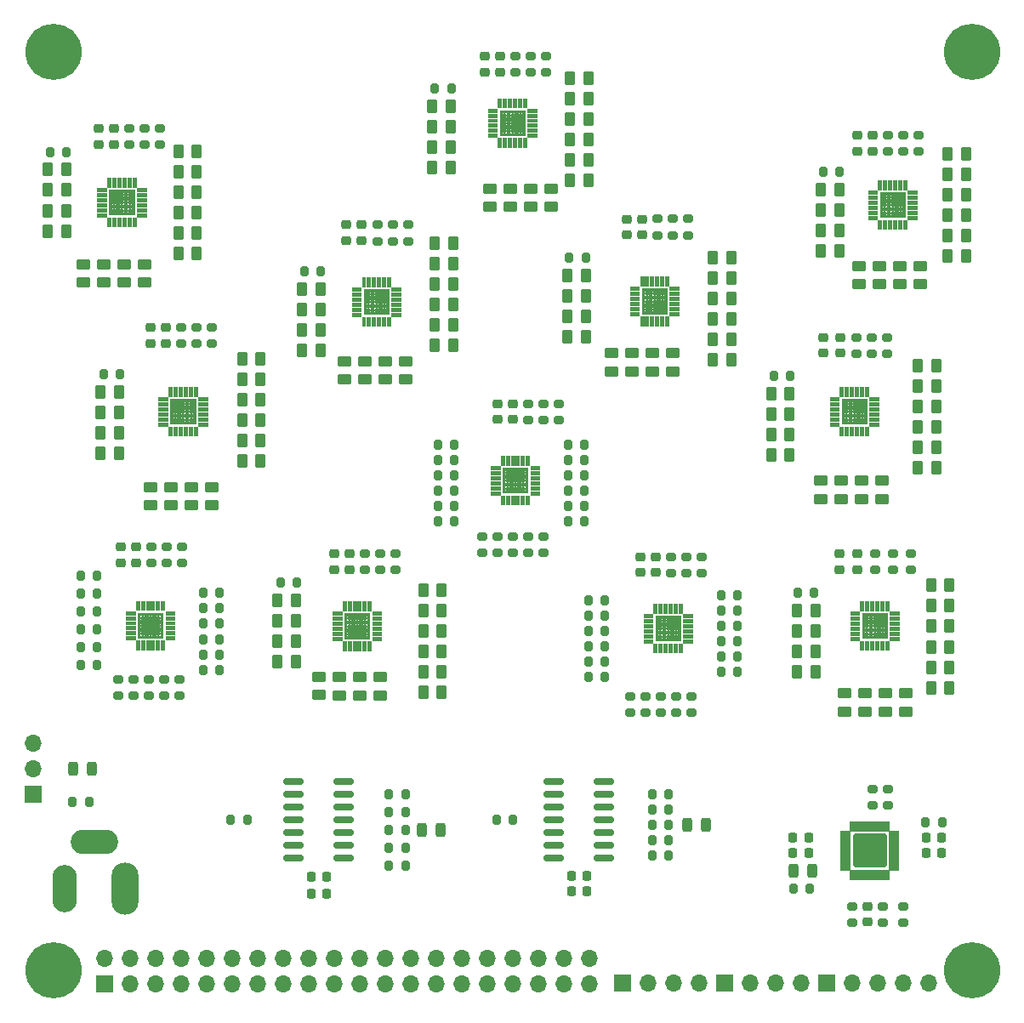
<source format=gbs>
G04 #@! TF.GenerationSoftware,KiCad,Pcbnew,8.0.3*
G04 #@! TF.CreationDate,2024-07-11T15:41:44-04:00*
G04 #@! TF.ProjectId,_HW_Mini-Scoreboard,5f48575f-4d69-46e6-992d-53636f726562,v1.0*
G04 #@! TF.SameCoordinates,Original*
G04 #@! TF.FileFunction,Soldermask,Bot*
G04 #@! TF.FilePolarity,Negative*
%FSLAX46Y46*%
G04 Gerber Fmt 4.6, Leading zero omitted, Abs format (unit mm)*
G04 Created by KiCad (PCBNEW 8.0.3) date 2024-07-11 15:41:44*
%MOMM*%
%LPD*%
G01*
G04 APERTURE LIST*
G04 Aperture macros list*
%AMRoundRect*
0 Rectangle with rounded corners*
0 $1 Rounding radius*
0 $2 $3 $4 $5 $6 $7 $8 $9 X,Y pos of 4 corners*
0 Add a 4 corners polygon primitive as box body*
4,1,4,$2,$3,$4,$5,$6,$7,$8,$9,$2,$3,0*
0 Add four circle primitives for the rounded corners*
1,1,$1+$1,$2,$3*
1,1,$1+$1,$4,$5*
1,1,$1+$1,$6,$7*
1,1,$1+$1,$8,$9*
0 Add four rect primitives between the rounded corners*
20,1,$1+$1,$2,$3,$4,$5,0*
20,1,$1+$1,$4,$5,$6,$7,0*
20,1,$1+$1,$6,$7,$8,$9,0*
20,1,$1+$1,$8,$9,$2,$3,0*%
G04 Aperture macros list end*
%ADD10C,0.000000*%
%ADD11R,1.700000X1.700000*%
%ADD12O,1.700000X1.700000*%
%ADD13C,3.600000*%
%ADD14C,5.600000*%
%ADD15RoundRect,0.250000X0.262500X0.450000X-0.262500X0.450000X-0.262500X-0.450000X0.262500X-0.450000X0*%
%ADD16RoundRect,0.250000X0.450000X-0.262500X0.450000X0.262500X-0.450000X0.262500X-0.450000X-0.262500X0*%
%ADD17R,0.850000X0.280000*%
%ADD18R,0.280000X0.850000*%
%ADD19C,0.508000*%
%ADD20RoundRect,0.250000X-0.262500X-0.450000X0.262500X-0.450000X0.262500X0.450000X-0.262500X0.450000X0*%
%ADD21RoundRect,0.200000X-0.200000X-0.275000X0.200000X-0.275000X0.200000X0.275000X-0.200000X0.275000X0*%
%ADD22RoundRect,0.200000X0.275000X-0.200000X0.275000X0.200000X-0.275000X0.200000X-0.275000X-0.200000X0*%
%ADD23RoundRect,0.225000X0.250000X-0.225000X0.250000X0.225000X-0.250000X0.225000X-0.250000X-0.225000X0*%
%ADD24RoundRect,0.200000X0.200000X0.275000X-0.200000X0.275000X-0.200000X-0.275000X0.200000X-0.275000X0*%
%ADD25RoundRect,0.200000X-0.275000X0.200000X-0.275000X-0.200000X0.275000X-0.200000X0.275000X0.200000X0*%
%ADD26RoundRect,0.225000X-0.225000X-0.250000X0.225000X-0.250000X0.225000X0.250000X-0.225000X0.250000X0*%
%ADD27RoundRect,0.243750X-0.243750X-0.456250X0.243750X-0.456250X0.243750X0.456250X-0.243750X0.456250X0*%
%ADD28RoundRect,0.225000X0.225000X0.250000X-0.225000X0.250000X-0.225000X-0.250000X0.225000X-0.250000X0*%
%ADD29RoundRect,0.150000X-0.825000X-0.150000X0.825000X-0.150000X0.825000X0.150000X-0.825000X0.150000X0*%
%ADD30RoundRect,0.225000X-0.250000X0.225000X-0.250000X-0.225000X0.250000X-0.225000X0.250000X0.225000X0*%
%ADD31O,2.704000X5.204000*%
%ADD32O,2.454000X4.704000*%
%ADD33O,4.704000X2.454000*%
%ADD34RoundRect,0.058000X-0.474000X-0.174000X0.474000X-0.174000X0.474000X0.174000X-0.474000X0.174000X0*%
%ADD35RoundRect,0.058000X-0.174000X0.474000X-0.174000X-0.474000X0.174000X-0.474000X0.174000X0.474000X0*%
%ADD36RoundRect,0.102000X-1.550000X-1.550000X1.550000X-1.550000X1.550000X1.550000X-1.550000X1.550000X0*%
G04 APERTURE END LIST*
D10*
G36*
X211118000Y-212320000D02*
G01*
X210128000Y-212320000D01*
X210128000Y-211900000D01*
X211118000Y-211900000D01*
X211118000Y-212320000D01*
G37*
G36*
X211118000Y-212820001D02*
G01*
X210128000Y-212820001D01*
X210128000Y-212399999D01*
X211118000Y-212399999D01*
X211118000Y-212820001D01*
G37*
G36*
X211118000Y-213320000D02*
G01*
X210128000Y-213320000D01*
X210128000Y-212900001D01*
X211118000Y-212900001D01*
X211118000Y-213320000D01*
G37*
G36*
X211118000Y-213819999D02*
G01*
X210128000Y-213819999D01*
X210128000Y-213400000D01*
X211118000Y-213400000D01*
X211118000Y-213819999D01*
G37*
G36*
X211118000Y-214320001D02*
G01*
X210128000Y-214320001D01*
X210128000Y-213899999D01*
X211118000Y-213899999D01*
X211118000Y-214320001D01*
G37*
G36*
X211118000Y-214820000D02*
G01*
X210128000Y-214820000D01*
X210128000Y-214400000D01*
X211118000Y-214400000D01*
X211118000Y-214820000D01*
G37*
G36*
X211557685Y-211880000D02*
G01*
X211137685Y-211880000D01*
X211137685Y-210890000D01*
X211557685Y-210890000D01*
X211557685Y-211880000D01*
G37*
G36*
X211557685Y-215830000D02*
G01*
X211137685Y-215830000D01*
X211137685Y-214840000D01*
X211557685Y-214840000D01*
X211557685Y-215830000D01*
G37*
G36*
X211610600Y-214648500D02*
G01*
X211309500Y-214648500D01*
X211309500Y-212071500D01*
X211610600Y-212071500D01*
X211610600Y-214648500D01*
G37*
G36*
X212398000Y-214648500D02*
G01*
X212010600Y-214648500D01*
X212010600Y-212071500D01*
X212398000Y-212071500D01*
X212398000Y-214648500D01*
G37*
G36*
X212057811Y-211880000D02*
G01*
X211637811Y-211880000D01*
X211637811Y-210890000D01*
X212057811Y-210890000D01*
X212057811Y-211880000D01*
G37*
G36*
X212057811Y-215830000D02*
G01*
X211637811Y-215830000D01*
X211637811Y-214840000D01*
X212057811Y-214840000D01*
X212057811Y-215830000D01*
G37*
G36*
X212557937Y-211880000D02*
G01*
X212137937Y-211880000D01*
X212137937Y-210890000D01*
X212557937Y-210890000D01*
X212557937Y-211880000D01*
G37*
G36*
X212557937Y-215830000D02*
G01*
X212137937Y-215830000D01*
X212137937Y-214840000D01*
X212557937Y-214840000D01*
X212557937Y-215830000D01*
G37*
G36*
X213185400Y-214648500D02*
G01*
X212798000Y-214648500D01*
X212798000Y-212071500D01*
X213185400Y-212071500D01*
X213185400Y-214648500D01*
G37*
G36*
X213058063Y-211880000D02*
G01*
X212638063Y-211880000D01*
X212638063Y-210890000D01*
X213058063Y-210890000D01*
X213058063Y-211880000D01*
G37*
G36*
X213058063Y-215830000D02*
G01*
X212638063Y-215830000D01*
X212638063Y-214840000D01*
X213058063Y-214840000D01*
X213058063Y-215830000D01*
G37*
G36*
X213558189Y-211880000D02*
G01*
X213138189Y-211880000D01*
X213138189Y-210890000D01*
X213558189Y-210890000D01*
X213558189Y-211880000D01*
G37*
G36*
X213558189Y-215830000D02*
G01*
X213138189Y-215830000D01*
X213138189Y-214840000D01*
X213558189Y-214840000D01*
X213558189Y-215830000D01*
G37*
G36*
X213886500Y-212372600D02*
G01*
X211309500Y-212372600D01*
X211309500Y-212071500D01*
X213886500Y-212071500D01*
X213886500Y-212372600D01*
G37*
G36*
X213886500Y-214648500D02*
G01*
X213585400Y-214648500D01*
X213585400Y-212071500D01*
X213886500Y-212071500D01*
X213886500Y-214648500D01*
G37*
G36*
X213886500Y-213160000D02*
G01*
X211309500Y-213160000D01*
X211309500Y-212772600D01*
X213886500Y-212772600D01*
X213886500Y-213160000D01*
G37*
G36*
X213886500Y-213947400D02*
G01*
X211309500Y-213947400D01*
X211309500Y-213560000D01*
X213886500Y-213560000D01*
X213886500Y-213947400D01*
G37*
G36*
X213886500Y-214648500D02*
G01*
X211309500Y-214648500D01*
X211309500Y-214347400D01*
X213886500Y-214347400D01*
X213886500Y-214648500D01*
G37*
G36*
X214058315Y-211880000D02*
G01*
X213638315Y-211880000D01*
X213638315Y-210890000D01*
X214058315Y-210890000D01*
X214058315Y-211880000D01*
G37*
G36*
X214058315Y-215830000D02*
G01*
X213638315Y-215830000D01*
X213638315Y-214840000D01*
X214058315Y-214840000D01*
X214058315Y-215830000D01*
G37*
G36*
X215068000Y-212320000D02*
G01*
X214078000Y-212320000D01*
X214078000Y-211900000D01*
X215068000Y-211900000D01*
X215068000Y-212320000D01*
G37*
G36*
X215068000Y-212820001D02*
G01*
X214078000Y-212820001D01*
X214078000Y-212399999D01*
X215068000Y-212399999D01*
X215068000Y-212820001D01*
G37*
G36*
X215068000Y-213320000D02*
G01*
X214078000Y-213320000D01*
X214078000Y-212900001D01*
X215068000Y-212900001D01*
X215068000Y-213320000D01*
G37*
G36*
X215068000Y-213819999D02*
G01*
X214078000Y-213819999D01*
X214078000Y-213400000D01*
X215068000Y-213400000D01*
X215068000Y-213819999D01*
G37*
G36*
X215068000Y-214320001D02*
G01*
X214078000Y-214320001D01*
X214078000Y-213899999D01*
X215068000Y-213899999D01*
X215068000Y-214320001D01*
G37*
G36*
X215068000Y-214820000D02*
G01*
X214078000Y-214820000D01*
X214078000Y-214400000D01*
X215068000Y-214400000D01*
X215068000Y-214820000D01*
G37*
G36*
X142258600Y-190984000D02*
G01*
X141268600Y-190984000D01*
X141268600Y-190564000D01*
X142258600Y-190564000D01*
X142258600Y-190984000D01*
G37*
G36*
X142258600Y-191484001D02*
G01*
X141268600Y-191484001D01*
X141268600Y-191063999D01*
X142258600Y-191063999D01*
X142258600Y-191484001D01*
G37*
G36*
X142258600Y-191984000D02*
G01*
X141268600Y-191984000D01*
X141268600Y-191564001D01*
X142258600Y-191564001D01*
X142258600Y-191984000D01*
G37*
G36*
X142258600Y-192483999D02*
G01*
X141268600Y-192483999D01*
X141268600Y-192064000D01*
X142258600Y-192064000D01*
X142258600Y-192483999D01*
G37*
G36*
X142258600Y-192984001D02*
G01*
X141268600Y-192984001D01*
X141268600Y-192563999D01*
X142258600Y-192563999D01*
X142258600Y-192984001D01*
G37*
G36*
X142258600Y-193484000D02*
G01*
X141268600Y-193484000D01*
X141268600Y-193064000D01*
X142258600Y-193064000D01*
X142258600Y-193484000D01*
G37*
G36*
X142698285Y-190544000D02*
G01*
X142278285Y-190544000D01*
X142278285Y-189554000D01*
X142698285Y-189554000D01*
X142698285Y-190544000D01*
G37*
G36*
X142698285Y-194494000D02*
G01*
X142278285Y-194494000D01*
X142278285Y-193504000D01*
X142698285Y-193504000D01*
X142698285Y-194494000D01*
G37*
G36*
X142751200Y-193312500D02*
G01*
X142450100Y-193312500D01*
X142450100Y-190735500D01*
X142751200Y-190735500D01*
X142751200Y-193312500D01*
G37*
G36*
X143538600Y-193312500D02*
G01*
X143151200Y-193312500D01*
X143151200Y-190735500D01*
X143538600Y-190735500D01*
X143538600Y-193312500D01*
G37*
G36*
X143198411Y-190544000D02*
G01*
X142778411Y-190544000D01*
X142778411Y-189554000D01*
X143198411Y-189554000D01*
X143198411Y-190544000D01*
G37*
G36*
X143198411Y-194494000D02*
G01*
X142778411Y-194494000D01*
X142778411Y-193504000D01*
X143198411Y-193504000D01*
X143198411Y-194494000D01*
G37*
G36*
X143698537Y-190544000D02*
G01*
X143278537Y-190544000D01*
X143278537Y-189554000D01*
X143698537Y-189554000D01*
X143698537Y-190544000D01*
G37*
G36*
X143698537Y-194494000D02*
G01*
X143278537Y-194494000D01*
X143278537Y-193504000D01*
X143698537Y-193504000D01*
X143698537Y-194494000D01*
G37*
G36*
X144326000Y-193312500D02*
G01*
X143938600Y-193312500D01*
X143938600Y-190735500D01*
X144326000Y-190735500D01*
X144326000Y-193312500D01*
G37*
G36*
X144198663Y-190544000D02*
G01*
X143778663Y-190544000D01*
X143778663Y-189554000D01*
X144198663Y-189554000D01*
X144198663Y-190544000D01*
G37*
G36*
X144198663Y-194494000D02*
G01*
X143778663Y-194494000D01*
X143778663Y-193504000D01*
X144198663Y-193504000D01*
X144198663Y-194494000D01*
G37*
G36*
X144698789Y-190544000D02*
G01*
X144278789Y-190544000D01*
X144278789Y-189554000D01*
X144698789Y-189554000D01*
X144698789Y-190544000D01*
G37*
G36*
X144698789Y-194494000D02*
G01*
X144278789Y-194494000D01*
X144278789Y-193504000D01*
X144698789Y-193504000D01*
X144698789Y-194494000D01*
G37*
G36*
X145027100Y-191036600D02*
G01*
X142450100Y-191036600D01*
X142450100Y-190735500D01*
X145027100Y-190735500D01*
X145027100Y-191036600D01*
G37*
G36*
X145027100Y-193312500D02*
G01*
X144726000Y-193312500D01*
X144726000Y-190735500D01*
X145027100Y-190735500D01*
X145027100Y-193312500D01*
G37*
G36*
X145027100Y-191824000D02*
G01*
X142450100Y-191824000D01*
X142450100Y-191436600D01*
X145027100Y-191436600D01*
X145027100Y-191824000D01*
G37*
G36*
X145027100Y-192611400D02*
G01*
X142450100Y-192611400D01*
X142450100Y-192224000D01*
X145027100Y-192224000D01*
X145027100Y-192611400D01*
G37*
G36*
X145027100Y-193312500D02*
G01*
X142450100Y-193312500D01*
X142450100Y-193011400D01*
X145027100Y-193011400D01*
X145027100Y-193312500D01*
G37*
G36*
X145198915Y-190544000D02*
G01*
X144778915Y-190544000D01*
X144778915Y-189554000D01*
X145198915Y-189554000D01*
X145198915Y-190544000D01*
G37*
G36*
X145198915Y-194494000D02*
G01*
X144778915Y-194494000D01*
X144778915Y-193504000D01*
X145198915Y-193504000D01*
X145198915Y-194494000D01*
G37*
G36*
X146208600Y-190984000D02*
G01*
X145218600Y-190984000D01*
X145218600Y-190564000D01*
X146208600Y-190564000D01*
X146208600Y-190984000D01*
G37*
G36*
X146208600Y-191484001D02*
G01*
X145218600Y-191484001D01*
X145218600Y-191063999D01*
X146208600Y-191063999D01*
X146208600Y-191484001D01*
G37*
G36*
X146208600Y-191984000D02*
G01*
X145218600Y-191984000D01*
X145218600Y-191564001D01*
X146208600Y-191564001D01*
X146208600Y-191984000D01*
G37*
G36*
X146208600Y-192483999D02*
G01*
X145218600Y-192483999D01*
X145218600Y-192064000D01*
X146208600Y-192064000D01*
X146208600Y-192483999D01*
G37*
G36*
X146208600Y-192984001D02*
G01*
X145218600Y-192984001D01*
X145218600Y-192563999D01*
X146208600Y-192563999D01*
X146208600Y-192984001D01*
G37*
G36*
X146208600Y-193484000D02*
G01*
X145218600Y-193484000D01*
X145218600Y-193064000D01*
X146208600Y-193064000D01*
X146208600Y-193484000D01*
G37*
G36*
X189197715Y-180005000D02*
G01*
X188207715Y-180005000D01*
X188207715Y-179585000D01*
X189197715Y-179585000D01*
X189197715Y-180005000D01*
G37*
G36*
X189197715Y-180505001D02*
G01*
X188207715Y-180505001D01*
X188207715Y-180084999D01*
X189197715Y-180084999D01*
X189197715Y-180505001D01*
G37*
G36*
X189197715Y-181005000D02*
G01*
X188207715Y-181005000D01*
X188207715Y-180585001D01*
X189197715Y-180585001D01*
X189197715Y-181005000D01*
G37*
G36*
X189197715Y-181504999D02*
G01*
X188207715Y-181504999D01*
X188207715Y-181085000D01*
X189197715Y-181085000D01*
X189197715Y-181504999D01*
G37*
G36*
X189197715Y-182005001D02*
G01*
X188207715Y-182005001D01*
X188207715Y-181584999D01*
X189197715Y-181584999D01*
X189197715Y-182005001D01*
G37*
G36*
X189197715Y-182505000D02*
G01*
X188207715Y-182505000D01*
X188207715Y-182085000D01*
X189197715Y-182085000D01*
X189197715Y-182505000D01*
G37*
G36*
X189637400Y-179565000D02*
G01*
X189217400Y-179565000D01*
X189217400Y-178575000D01*
X189637400Y-178575000D01*
X189637400Y-179565000D01*
G37*
G36*
X189637400Y-183515000D02*
G01*
X189217400Y-183515000D01*
X189217400Y-182525000D01*
X189637400Y-182525000D01*
X189637400Y-183515000D01*
G37*
G36*
X189690315Y-182333500D02*
G01*
X189389215Y-182333500D01*
X189389215Y-179756500D01*
X189690315Y-179756500D01*
X189690315Y-182333500D01*
G37*
G36*
X190477715Y-182333500D02*
G01*
X190090315Y-182333500D01*
X190090315Y-179756500D01*
X190477715Y-179756500D01*
X190477715Y-182333500D01*
G37*
G36*
X190137526Y-179565000D02*
G01*
X189717526Y-179565000D01*
X189717526Y-178575000D01*
X190137526Y-178575000D01*
X190137526Y-179565000D01*
G37*
G36*
X190137526Y-183515000D02*
G01*
X189717526Y-183515000D01*
X189717526Y-182525000D01*
X190137526Y-182525000D01*
X190137526Y-183515000D01*
G37*
G36*
X190637652Y-179565000D02*
G01*
X190217652Y-179565000D01*
X190217652Y-178575000D01*
X190637652Y-178575000D01*
X190637652Y-179565000D01*
G37*
G36*
X190637652Y-183515000D02*
G01*
X190217652Y-183515000D01*
X190217652Y-182525000D01*
X190637652Y-182525000D01*
X190637652Y-183515000D01*
G37*
G36*
X191265115Y-182333500D02*
G01*
X190877715Y-182333500D01*
X190877715Y-179756500D01*
X191265115Y-179756500D01*
X191265115Y-182333500D01*
G37*
G36*
X191137778Y-179565000D02*
G01*
X190717778Y-179565000D01*
X190717778Y-178575000D01*
X191137778Y-178575000D01*
X191137778Y-179565000D01*
G37*
G36*
X191137778Y-183515000D02*
G01*
X190717778Y-183515000D01*
X190717778Y-182525000D01*
X191137778Y-182525000D01*
X191137778Y-183515000D01*
G37*
G36*
X191637904Y-179565000D02*
G01*
X191217904Y-179565000D01*
X191217904Y-178575000D01*
X191637904Y-178575000D01*
X191637904Y-179565000D01*
G37*
G36*
X191637904Y-183515000D02*
G01*
X191217904Y-183515000D01*
X191217904Y-182525000D01*
X191637904Y-182525000D01*
X191637904Y-183515000D01*
G37*
G36*
X191966215Y-180057600D02*
G01*
X189389215Y-180057600D01*
X189389215Y-179756500D01*
X191966215Y-179756500D01*
X191966215Y-180057600D01*
G37*
G36*
X191966215Y-182333500D02*
G01*
X191665115Y-182333500D01*
X191665115Y-179756500D01*
X191966215Y-179756500D01*
X191966215Y-182333500D01*
G37*
G36*
X191966215Y-180845000D02*
G01*
X189389215Y-180845000D01*
X189389215Y-180457600D01*
X191966215Y-180457600D01*
X191966215Y-180845000D01*
G37*
G36*
X191966215Y-181632400D02*
G01*
X189389215Y-181632400D01*
X189389215Y-181245000D01*
X191966215Y-181245000D01*
X191966215Y-181632400D01*
G37*
G36*
X191966215Y-182333500D02*
G01*
X189389215Y-182333500D01*
X189389215Y-182032400D01*
X191966215Y-182032400D01*
X191966215Y-182333500D01*
G37*
G36*
X192138030Y-179565000D02*
G01*
X191718030Y-179565000D01*
X191718030Y-178575000D01*
X192138030Y-178575000D01*
X192138030Y-179565000D01*
G37*
G36*
X192138030Y-183515000D02*
G01*
X191718030Y-183515000D01*
X191718030Y-182525000D01*
X192138030Y-182525000D01*
X192138030Y-183515000D01*
G37*
G36*
X193147715Y-180005000D02*
G01*
X192157715Y-180005000D01*
X192157715Y-179585000D01*
X193147715Y-179585000D01*
X193147715Y-180005000D01*
G37*
G36*
X193147715Y-180505001D02*
G01*
X192157715Y-180505001D01*
X192157715Y-180084999D01*
X193147715Y-180084999D01*
X193147715Y-180505001D01*
G37*
G36*
X193147715Y-181005000D02*
G01*
X192157715Y-181005000D01*
X192157715Y-180585001D01*
X193147715Y-180585001D01*
X193147715Y-181005000D01*
G37*
G36*
X193147715Y-181504999D02*
G01*
X192157715Y-181504999D01*
X192157715Y-181085000D01*
X193147715Y-181085000D01*
X193147715Y-181504999D01*
G37*
G36*
X193147715Y-182005001D02*
G01*
X192157715Y-182005001D01*
X192157715Y-181584999D01*
X193147715Y-181584999D01*
X193147715Y-182005001D01*
G37*
G36*
X193147715Y-182505000D02*
G01*
X192157715Y-182505000D01*
X192157715Y-182085000D01*
X193147715Y-182085000D01*
X193147715Y-182505000D01*
G37*
G36*
X161506000Y-180062000D02*
G01*
X160516000Y-180062000D01*
X160516000Y-179642000D01*
X161506000Y-179642000D01*
X161506000Y-180062000D01*
G37*
G36*
X161506000Y-180562001D02*
G01*
X160516000Y-180562001D01*
X160516000Y-180141999D01*
X161506000Y-180141999D01*
X161506000Y-180562001D01*
G37*
G36*
X161506000Y-181062000D02*
G01*
X160516000Y-181062000D01*
X160516000Y-180642001D01*
X161506000Y-180642001D01*
X161506000Y-181062000D01*
G37*
G36*
X161506000Y-181561999D02*
G01*
X160516000Y-181561999D01*
X160516000Y-181142000D01*
X161506000Y-181142000D01*
X161506000Y-181561999D01*
G37*
G36*
X161506000Y-182062001D02*
G01*
X160516000Y-182062001D01*
X160516000Y-181641999D01*
X161506000Y-181641999D01*
X161506000Y-182062001D01*
G37*
G36*
X161506000Y-182562000D02*
G01*
X160516000Y-182562000D01*
X160516000Y-182142000D01*
X161506000Y-182142000D01*
X161506000Y-182562000D01*
G37*
G36*
X161945685Y-179622000D02*
G01*
X161525685Y-179622000D01*
X161525685Y-178632000D01*
X161945685Y-178632000D01*
X161945685Y-179622000D01*
G37*
G36*
X161945685Y-183572000D02*
G01*
X161525685Y-183572000D01*
X161525685Y-182582000D01*
X161945685Y-182582000D01*
X161945685Y-183572000D01*
G37*
G36*
X161998600Y-182390500D02*
G01*
X161697500Y-182390500D01*
X161697500Y-179813500D01*
X161998600Y-179813500D01*
X161998600Y-182390500D01*
G37*
G36*
X162786000Y-182390500D02*
G01*
X162398600Y-182390500D01*
X162398600Y-179813500D01*
X162786000Y-179813500D01*
X162786000Y-182390500D01*
G37*
G36*
X162445811Y-179622000D02*
G01*
X162025811Y-179622000D01*
X162025811Y-178632000D01*
X162445811Y-178632000D01*
X162445811Y-179622000D01*
G37*
G36*
X162445811Y-183572000D02*
G01*
X162025811Y-183572000D01*
X162025811Y-182582000D01*
X162445811Y-182582000D01*
X162445811Y-183572000D01*
G37*
G36*
X162945937Y-179622000D02*
G01*
X162525937Y-179622000D01*
X162525937Y-178632000D01*
X162945937Y-178632000D01*
X162945937Y-179622000D01*
G37*
G36*
X162945937Y-183572000D02*
G01*
X162525937Y-183572000D01*
X162525937Y-182582000D01*
X162945937Y-182582000D01*
X162945937Y-183572000D01*
G37*
G36*
X163573400Y-182390500D02*
G01*
X163186000Y-182390500D01*
X163186000Y-179813500D01*
X163573400Y-179813500D01*
X163573400Y-182390500D01*
G37*
G36*
X163446063Y-179622000D02*
G01*
X163026063Y-179622000D01*
X163026063Y-178632000D01*
X163446063Y-178632000D01*
X163446063Y-179622000D01*
G37*
G36*
X163446063Y-183572000D02*
G01*
X163026063Y-183572000D01*
X163026063Y-182582000D01*
X163446063Y-182582000D01*
X163446063Y-183572000D01*
G37*
G36*
X163946189Y-179622000D02*
G01*
X163526189Y-179622000D01*
X163526189Y-178632000D01*
X163946189Y-178632000D01*
X163946189Y-179622000D01*
G37*
G36*
X163946189Y-183572000D02*
G01*
X163526189Y-183572000D01*
X163526189Y-182582000D01*
X163946189Y-182582000D01*
X163946189Y-183572000D01*
G37*
G36*
X164274500Y-180114600D02*
G01*
X161697500Y-180114600D01*
X161697500Y-179813500D01*
X164274500Y-179813500D01*
X164274500Y-180114600D01*
G37*
G36*
X164274500Y-182390500D02*
G01*
X163973400Y-182390500D01*
X163973400Y-179813500D01*
X164274500Y-179813500D01*
X164274500Y-182390500D01*
G37*
G36*
X164274500Y-180902000D02*
G01*
X161697500Y-180902000D01*
X161697500Y-180514600D01*
X164274500Y-180514600D01*
X164274500Y-180902000D01*
G37*
G36*
X164274500Y-181689400D02*
G01*
X161697500Y-181689400D01*
X161697500Y-181302000D01*
X164274500Y-181302000D01*
X164274500Y-181689400D01*
G37*
G36*
X164274500Y-182390500D02*
G01*
X161697500Y-182390500D01*
X161697500Y-182089400D01*
X164274500Y-182089400D01*
X164274500Y-182390500D01*
G37*
G36*
X164446315Y-179622000D02*
G01*
X164026315Y-179622000D01*
X164026315Y-178632000D01*
X164446315Y-178632000D01*
X164446315Y-179622000D01*
G37*
G36*
X164446315Y-183572000D02*
G01*
X164026315Y-183572000D01*
X164026315Y-182582000D01*
X164446315Y-182582000D01*
X164446315Y-183572000D01*
G37*
G36*
X165456000Y-180062000D02*
G01*
X164466000Y-180062000D01*
X164466000Y-179642000D01*
X165456000Y-179642000D01*
X165456000Y-180062000D01*
G37*
G36*
X165456000Y-180562001D02*
G01*
X164466000Y-180562001D01*
X164466000Y-180141999D01*
X165456000Y-180141999D01*
X165456000Y-180562001D01*
G37*
G36*
X165456000Y-181062000D02*
G01*
X164466000Y-181062000D01*
X164466000Y-180642001D01*
X165456000Y-180642001D01*
X165456000Y-181062000D01*
G37*
G36*
X165456000Y-181561999D02*
G01*
X164466000Y-181561999D01*
X164466000Y-181142000D01*
X165456000Y-181142000D01*
X165456000Y-181561999D01*
G37*
G36*
X165456000Y-182062001D02*
G01*
X164466000Y-182062001D01*
X164466000Y-181641999D01*
X165456000Y-181641999D01*
X165456000Y-182062001D01*
G37*
G36*
X165456000Y-182562000D02*
G01*
X164466000Y-182562000D01*
X164466000Y-182142000D01*
X165456000Y-182142000D01*
X165456000Y-182562000D01*
G37*
G36*
X136162600Y-170156000D02*
G01*
X135172600Y-170156000D01*
X135172600Y-169736000D01*
X136162600Y-169736000D01*
X136162600Y-170156000D01*
G37*
G36*
X136162600Y-170656001D02*
G01*
X135172600Y-170656001D01*
X135172600Y-170235999D01*
X136162600Y-170235999D01*
X136162600Y-170656001D01*
G37*
G36*
X136162600Y-171156000D02*
G01*
X135172600Y-171156000D01*
X135172600Y-170736001D01*
X136162600Y-170736001D01*
X136162600Y-171156000D01*
G37*
G36*
X136162600Y-171655999D02*
G01*
X135172600Y-171655999D01*
X135172600Y-171236000D01*
X136162600Y-171236000D01*
X136162600Y-171655999D01*
G37*
G36*
X136162600Y-172156001D02*
G01*
X135172600Y-172156001D01*
X135172600Y-171735999D01*
X136162600Y-171735999D01*
X136162600Y-172156001D01*
G37*
G36*
X136162600Y-172656000D02*
G01*
X135172600Y-172656000D01*
X135172600Y-172236000D01*
X136162600Y-172236000D01*
X136162600Y-172656000D01*
G37*
G36*
X136602285Y-169716000D02*
G01*
X136182285Y-169716000D01*
X136182285Y-168726000D01*
X136602285Y-168726000D01*
X136602285Y-169716000D01*
G37*
G36*
X136602285Y-173666000D02*
G01*
X136182285Y-173666000D01*
X136182285Y-172676000D01*
X136602285Y-172676000D01*
X136602285Y-173666000D01*
G37*
G36*
X136655200Y-172484500D02*
G01*
X136354100Y-172484500D01*
X136354100Y-169907500D01*
X136655200Y-169907500D01*
X136655200Y-172484500D01*
G37*
G36*
X137442600Y-172484500D02*
G01*
X137055200Y-172484500D01*
X137055200Y-169907500D01*
X137442600Y-169907500D01*
X137442600Y-172484500D01*
G37*
G36*
X137102411Y-169716000D02*
G01*
X136682411Y-169716000D01*
X136682411Y-168726000D01*
X137102411Y-168726000D01*
X137102411Y-169716000D01*
G37*
G36*
X137102411Y-173666000D02*
G01*
X136682411Y-173666000D01*
X136682411Y-172676000D01*
X137102411Y-172676000D01*
X137102411Y-173666000D01*
G37*
G36*
X137602537Y-169716000D02*
G01*
X137182537Y-169716000D01*
X137182537Y-168726000D01*
X137602537Y-168726000D01*
X137602537Y-169716000D01*
G37*
G36*
X137602537Y-173666000D02*
G01*
X137182537Y-173666000D01*
X137182537Y-172676000D01*
X137602537Y-172676000D01*
X137602537Y-173666000D01*
G37*
G36*
X138230000Y-172484500D02*
G01*
X137842600Y-172484500D01*
X137842600Y-169907500D01*
X138230000Y-169907500D01*
X138230000Y-172484500D01*
G37*
G36*
X138102663Y-169716000D02*
G01*
X137682663Y-169716000D01*
X137682663Y-168726000D01*
X138102663Y-168726000D01*
X138102663Y-169716000D01*
G37*
G36*
X138102663Y-173666000D02*
G01*
X137682663Y-173666000D01*
X137682663Y-172676000D01*
X138102663Y-172676000D01*
X138102663Y-173666000D01*
G37*
G36*
X138602789Y-169716000D02*
G01*
X138182789Y-169716000D01*
X138182789Y-168726000D01*
X138602789Y-168726000D01*
X138602789Y-169716000D01*
G37*
G36*
X138602789Y-173666000D02*
G01*
X138182789Y-173666000D01*
X138182789Y-172676000D01*
X138602789Y-172676000D01*
X138602789Y-173666000D01*
G37*
G36*
X138931100Y-170208600D02*
G01*
X136354100Y-170208600D01*
X136354100Y-169907500D01*
X138931100Y-169907500D01*
X138931100Y-170208600D01*
G37*
G36*
X138931100Y-172484500D02*
G01*
X138630000Y-172484500D01*
X138630000Y-169907500D01*
X138931100Y-169907500D01*
X138931100Y-172484500D01*
G37*
G36*
X138931100Y-170996000D02*
G01*
X136354100Y-170996000D01*
X136354100Y-170608600D01*
X138931100Y-170608600D01*
X138931100Y-170996000D01*
G37*
G36*
X138931100Y-171783400D02*
G01*
X136354100Y-171783400D01*
X136354100Y-171396000D01*
X138931100Y-171396000D01*
X138931100Y-171783400D01*
G37*
G36*
X138931100Y-172484500D02*
G01*
X136354100Y-172484500D01*
X136354100Y-172183400D01*
X138931100Y-172183400D01*
X138931100Y-172484500D01*
G37*
G36*
X139102915Y-169716000D02*
G01*
X138682915Y-169716000D01*
X138682915Y-168726000D01*
X139102915Y-168726000D01*
X139102915Y-169716000D01*
G37*
G36*
X139102915Y-173666000D02*
G01*
X138682915Y-173666000D01*
X138682915Y-172676000D01*
X139102915Y-172676000D01*
X139102915Y-173666000D01*
G37*
G36*
X140112600Y-170156000D02*
G01*
X139122600Y-170156000D01*
X139122600Y-169736000D01*
X140112600Y-169736000D01*
X140112600Y-170156000D01*
G37*
G36*
X140112600Y-170656001D02*
G01*
X139122600Y-170656001D01*
X139122600Y-170235999D01*
X140112600Y-170235999D01*
X140112600Y-170656001D01*
G37*
G36*
X140112600Y-171156000D02*
G01*
X139122600Y-171156000D01*
X139122600Y-170736001D01*
X140112600Y-170736001D01*
X140112600Y-171156000D01*
G37*
G36*
X140112600Y-171655999D02*
G01*
X139122600Y-171655999D01*
X139122600Y-171236000D01*
X140112600Y-171236000D01*
X140112600Y-171655999D01*
G37*
G36*
X140112600Y-172156001D02*
G01*
X139122600Y-172156001D01*
X139122600Y-171735999D01*
X140112600Y-171735999D01*
X140112600Y-172156001D01*
G37*
G36*
X140112600Y-172656000D02*
G01*
X139122600Y-172656000D01*
X139122600Y-172236000D01*
X140112600Y-172236000D01*
X140112600Y-172656000D01*
G37*
G36*
X212896000Y-170410000D02*
G01*
X211906000Y-170410000D01*
X211906000Y-169990000D01*
X212896000Y-169990000D01*
X212896000Y-170410000D01*
G37*
G36*
X212896000Y-170910001D02*
G01*
X211906000Y-170910001D01*
X211906000Y-170489999D01*
X212896000Y-170489999D01*
X212896000Y-170910001D01*
G37*
G36*
X212896000Y-171410000D02*
G01*
X211906000Y-171410000D01*
X211906000Y-170990001D01*
X212896000Y-170990001D01*
X212896000Y-171410000D01*
G37*
G36*
X212896000Y-171909999D02*
G01*
X211906000Y-171909999D01*
X211906000Y-171490000D01*
X212896000Y-171490000D01*
X212896000Y-171909999D01*
G37*
G36*
X212896000Y-172410001D02*
G01*
X211906000Y-172410001D01*
X211906000Y-171989999D01*
X212896000Y-171989999D01*
X212896000Y-172410001D01*
G37*
G36*
X212896000Y-172910000D02*
G01*
X211906000Y-172910000D01*
X211906000Y-172490000D01*
X212896000Y-172490000D01*
X212896000Y-172910000D01*
G37*
G36*
X213335685Y-169970000D02*
G01*
X212915685Y-169970000D01*
X212915685Y-168980000D01*
X213335685Y-168980000D01*
X213335685Y-169970000D01*
G37*
G36*
X213335685Y-173920000D02*
G01*
X212915685Y-173920000D01*
X212915685Y-172930000D01*
X213335685Y-172930000D01*
X213335685Y-173920000D01*
G37*
G36*
X213388600Y-172738500D02*
G01*
X213087500Y-172738500D01*
X213087500Y-170161500D01*
X213388600Y-170161500D01*
X213388600Y-172738500D01*
G37*
G36*
X214176000Y-172738500D02*
G01*
X213788600Y-172738500D01*
X213788600Y-170161500D01*
X214176000Y-170161500D01*
X214176000Y-172738500D01*
G37*
G36*
X213835811Y-169970000D02*
G01*
X213415811Y-169970000D01*
X213415811Y-168980000D01*
X213835811Y-168980000D01*
X213835811Y-169970000D01*
G37*
G36*
X213835811Y-173920000D02*
G01*
X213415811Y-173920000D01*
X213415811Y-172930000D01*
X213835811Y-172930000D01*
X213835811Y-173920000D01*
G37*
G36*
X214335937Y-169970000D02*
G01*
X213915937Y-169970000D01*
X213915937Y-168980000D01*
X214335937Y-168980000D01*
X214335937Y-169970000D01*
G37*
G36*
X214335937Y-173920000D02*
G01*
X213915937Y-173920000D01*
X213915937Y-172930000D01*
X214335937Y-172930000D01*
X214335937Y-173920000D01*
G37*
G36*
X214963400Y-172738500D02*
G01*
X214576000Y-172738500D01*
X214576000Y-170161500D01*
X214963400Y-170161500D01*
X214963400Y-172738500D01*
G37*
G36*
X214836063Y-169970000D02*
G01*
X214416063Y-169970000D01*
X214416063Y-168980000D01*
X214836063Y-168980000D01*
X214836063Y-169970000D01*
G37*
G36*
X214836063Y-173920000D02*
G01*
X214416063Y-173920000D01*
X214416063Y-172930000D01*
X214836063Y-172930000D01*
X214836063Y-173920000D01*
G37*
G36*
X215336189Y-169970000D02*
G01*
X214916189Y-169970000D01*
X214916189Y-168980000D01*
X215336189Y-168980000D01*
X215336189Y-169970000D01*
G37*
G36*
X215336189Y-173920000D02*
G01*
X214916189Y-173920000D01*
X214916189Y-172930000D01*
X215336189Y-172930000D01*
X215336189Y-173920000D01*
G37*
G36*
X215664500Y-170462600D02*
G01*
X213087500Y-170462600D01*
X213087500Y-170161500D01*
X215664500Y-170161500D01*
X215664500Y-170462600D01*
G37*
G36*
X215664500Y-172738500D02*
G01*
X215363400Y-172738500D01*
X215363400Y-170161500D01*
X215664500Y-170161500D01*
X215664500Y-172738500D01*
G37*
G36*
X215664500Y-171250000D02*
G01*
X213087500Y-171250000D01*
X213087500Y-170862600D01*
X215664500Y-170862600D01*
X215664500Y-171250000D01*
G37*
G36*
X215664500Y-172037400D02*
G01*
X213087500Y-172037400D01*
X213087500Y-171650000D01*
X215664500Y-171650000D01*
X215664500Y-172037400D01*
G37*
G36*
X215664500Y-172738500D02*
G01*
X213087500Y-172738500D01*
X213087500Y-172437400D01*
X215664500Y-172437400D01*
X215664500Y-172738500D01*
G37*
G36*
X215836315Y-169970000D02*
G01*
X215416315Y-169970000D01*
X215416315Y-168980000D01*
X215836315Y-168980000D01*
X215836315Y-169970000D01*
G37*
G36*
X215836315Y-173920000D02*
G01*
X215416315Y-173920000D01*
X215416315Y-172930000D01*
X215836315Y-172930000D01*
X215836315Y-173920000D01*
G37*
G36*
X216846000Y-170410000D02*
G01*
X215856000Y-170410000D01*
X215856000Y-169990000D01*
X216846000Y-169990000D01*
X216846000Y-170410000D01*
G37*
G36*
X216846000Y-170910001D02*
G01*
X215856000Y-170910001D01*
X215856000Y-170489999D01*
X216846000Y-170489999D01*
X216846000Y-170910001D01*
G37*
G36*
X216846000Y-171410000D02*
G01*
X215856000Y-171410000D01*
X215856000Y-170990001D01*
X216846000Y-170990001D01*
X216846000Y-171410000D01*
G37*
G36*
X216846000Y-171909999D02*
G01*
X215856000Y-171909999D01*
X215856000Y-171490000D01*
X216846000Y-171490000D01*
X216846000Y-171909999D01*
G37*
G36*
X216846000Y-172410001D02*
G01*
X215856000Y-172410001D01*
X215856000Y-171989999D01*
X216846000Y-171989999D01*
X216846000Y-172410001D01*
G37*
G36*
X216846000Y-172910000D02*
G01*
X215856000Y-172910000D01*
X215856000Y-172490000D01*
X216846000Y-172490000D01*
X216846000Y-172910000D01*
G37*
G36*
X175329400Y-197842000D02*
G01*
X174339400Y-197842000D01*
X174339400Y-197422000D01*
X175329400Y-197422000D01*
X175329400Y-197842000D01*
G37*
G36*
X175329400Y-198342001D02*
G01*
X174339400Y-198342001D01*
X174339400Y-197921999D01*
X175329400Y-197921999D01*
X175329400Y-198342001D01*
G37*
G36*
X175329400Y-198842000D02*
G01*
X174339400Y-198842000D01*
X174339400Y-198422001D01*
X175329400Y-198422001D01*
X175329400Y-198842000D01*
G37*
G36*
X175329400Y-199341999D02*
G01*
X174339400Y-199341999D01*
X174339400Y-198922000D01*
X175329400Y-198922000D01*
X175329400Y-199341999D01*
G37*
G36*
X175329400Y-199842001D02*
G01*
X174339400Y-199842001D01*
X174339400Y-199421999D01*
X175329400Y-199421999D01*
X175329400Y-199842001D01*
G37*
G36*
X175329400Y-200342000D02*
G01*
X174339400Y-200342000D01*
X174339400Y-199922000D01*
X175329400Y-199922000D01*
X175329400Y-200342000D01*
G37*
G36*
X175769085Y-197402000D02*
G01*
X175349085Y-197402000D01*
X175349085Y-196412000D01*
X175769085Y-196412000D01*
X175769085Y-197402000D01*
G37*
G36*
X175769085Y-201352000D02*
G01*
X175349085Y-201352000D01*
X175349085Y-200362000D01*
X175769085Y-200362000D01*
X175769085Y-201352000D01*
G37*
G36*
X175822000Y-200170500D02*
G01*
X175520900Y-200170500D01*
X175520900Y-197593500D01*
X175822000Y-197593500D01*
X175822000Y-200170500D01*
G37*
G36*
X176609400Y-200170500D02*
G01*
X176222000Y-200170500D01*
X176222000Y-197593500D01*
X176609400Y-197593500D01*
X176609400Y-200170500D01*
G37*
G36*
X176269211Y-197402000D02*
G01*
X175849211Y-197402000D01*
X175849211Y-196412000D01*
X176269211Y-196412000D01*
X176269211Y-197402000D01*
G37*
G36*
X176269211Y-201352000D02*
G01*
X175849211Y-201352000D01*
X175849211Y-200362000D01*
X176269211Y-200362000D01*
X176269211Y-201352000D01*
G37*
G36*
X176769337Y-197402000D02*
G01*
X176349337Y-197402000D01*
X176349337Y-196412000D01*
X176769337Y-196412000D01*
X176769337Y-197402000D01*
G37*
G36*
X176769337Y-201352000D02*
G01*
X176349337Y-201352000D01*
X176349337Y-200362000D01*
X176769337Y-200362000D01*
X176769337Y-201352000D01*
G37*
G36*
X177396800Y-200170500D02*
G01*
X177009400Y-200170500D01*
X177009400Y-197593500D01*
X177396800Y-197593500D01*
X177396800Y-200170500D01*
G37*
G36*
X177269463Y-197402000D02*
G01*
X176849463Y-197402000D01*
X176849463Y-196412000D01*
X177269463Y-196412000D01*
X177269463Y-197402000D01*
G37*
G36*
X177269463Y-201352000D02*
G01*
X176849463Y-201352000D01*
X176849463Y-200362000D01*
X177269463Y-200362000D01*
X177269463Y-201352000D01*
G37*
G36*
X177769589Y-197402000D02*
G01*
X177349589Y-197402000D01*
X177349589Y-196412000D01*
X177769589Y-196412000D01*
X177769589Y-197402000D01*
G37*
G36*
X177769589Y-201352000D02*
G01*
X177349589Y-201352000D01*
X177349589Y-200362000D01*
X177769589Y-200362000D01*
X177769589Y-201352000D01*
G37*
G36*
X178097900Y-197894600D02*
G01*
X175520900Y-197894600D01*
X175520900Y-197593500D01*
X178097900Y-197593500D01*
X178097900Y-197894600D01*
G37*
G36*
X178097900Y-200170500D02*
G01*
X177796800Y-200170500D01*
X177796800Y-197593500D01*
X178097900Y-197593500D01*
X178097900Y-200170500D01*
G37*
G36*
X178097900Y-198682000D02*
G01*
X175520900Y-198682000D01*
X175520900Y-198294600D01*
X178097900Y-198294600D01*
X178097900Y-198682000D01*
G37*
G36*
X178097900Y-199469400D02*
G01*
X175520900Y-199469400D01*
X175520900Y-199082000D01*
X178097900Y-199082000D01*
X178097900Y-199469400D01*
G37*
G36*
X178097900Y-200170500D02*
G01*
X175520900Y-200170500D01*
X175520900Y-199869400D01*
X178097900Y-199869400D01*
X178097900Y-200170500D01*
G37*
G36*
X178269715Y-197402000D02*
G01*
X177849715Y-197402000D01*
X177849715Y-196412000D01*
X178269715Y-196412000D01*
X178269715Y-197402000D01*
G37*
G36*
X178269715Y-201352000D02*
G01*
X177849715Y-201352000D01*
X177849715Y-200362000D01*
X178269715Y-200362000D01*
X178269715Y-201352000D01*
G37*
G36*
X179279400Y-197842000D02*
G01*
X178289400Y-197842000D01*
X178289400Y-197422000D01*
X179279400Y-197422000D01*
X179279400Y-197842000D01*
G37*
G36*
X179279400Y-198342001D02*
G01*
X178289400Y-198342001D01*
X178289400Y-197921999D01*
X179279400Y-197921999D01*
X179279400Y-198342001D01*
G37*
G36*
X179279400Y-198842000D02*
G01*
X178289400Y-198842000D01*
X178289400Y-198422001D01*
X179279400Y-198422001D01*
X179279400Y-198842000D01*
G37*
G36*
X179279400Y-199341999D02*
G01*
X178289400Y-199341999D01*
X178289400Y-198922000D01*
X179279400Y-198922000D01*
X179279400Y-199341999D01*
G37*
G36*
X179279400Y-199842001D02*
G01*
X178289400Y-199842001D01*
X178289400Y-199421999D01*
X179279400Y-199421999D01*
X179279400Y-199842001D01*
G37*
G36*
X179279400Y-200342000D02*
G01*
X178289400Y-200342000D01*
X178289400Y-199922000D01*
X179279400Y-199922000D01*
X179279400Y-200342000D01*
G37*
G36*
X139007400Y-212294600D02*
G01*
X138017400Y-212294600D01*
X138017400Y-211874600D01*
X139007400Y-211874600D01*
X139007400Y-212294600D01*
G37*
G36*
X139007400Y-212794601D02*
G01*
X138017400Y-212794601D01*
X138017400Y-212374599D01*
X139007400Y-212374599D01*
X139007400Y-212794601D01*
G37*
G36*
X139007400Y-213294600D02*
G01*
X138017400Y-213294600D01*
X138017400Y-212874601D01*
X139007400Y-212874601D01*
X139007400Y-213294600D01*
G37*
G36*
X139007400Y-213794599D02*
G01*
X138017400Y-213794599D01*
X138017400Y-213374600D01*
X139007400Y-213374600D01*
X139007400Y-213794599D01*
G37*
G36*
X139007400Y-214294601D02*
G01*
X138017400Y-214294601D01*
X138017400Y-213874599D01*
X139007400Y-213874599D01*
X139007400Y-214294601D01*
G37*
G36*
X139007400Y-214794600D02*
G01*
X138017400Y-214794600D01*
X138017400Y-214374600D01*
X139007400Y-214374600D01*
X139007400Y-214794600D01*
G37*
G36*
X139447085Y-211854600D02*
G01*
X139027085Y-211854600D01*
X139027085Y-210864600D01*
X139447085Y-210864600D01*
X139447085Y-211854600D01*
G37*
G36*
X139447085Y-215804600D02*
G01*
X139027085Y-215804600D01*
X139027085Y-214814600D01*
X139447085Y-214814600D01*
X139447085Y-215804600D01*
G37*
G36*
X139500000Y-214623100D02*
G01*
X139198900Y-214623100D01*
X139198900Y-212046100D01*
X139500000Y-212046100D01*
X139500000Y-214623100D01*
G37*
G36*
X140287400Y-214623100D02*
G01*
X139900000Y-214623100D01*
X139900000Y-212046100D01*
X140287400Y-212046100D01*
X140287400Y-214623100D01*
G37*
G36*
X139947211Y-211854600D02*
G01*
X139527211Y-211854600D01*
X139527211Y-210864600D01*
X139947211Y-210864600D01*
X139947211Y-211854600D01*
G37*
G36*
X139947211Y-215804600D02*
G01*
X139527211Y-215804600D01*
X139527211Y-214814600D01*
X139947211Y-214814600D01*
X139947211Y-215804600D01*
G37*
G36*
X140447337Y-211854600D02*
G01*
X140027337Y-211854600D01*
X140027337Y-210864600D01*
X140447337Y-210864600D01*
X140447337Y-211854600D01*
G37*
G36*
X140447337Y-215804600D02*
G01*
X140027337Y-215804600D01*
X140027337Y-214814600D01*
X140447337Y-214814600D01*
X140447337Y-215804600D01*
G37*
G36*
X141074800Y-214623100D02*
G01*
X140687400Y-214623100D01*
X140687400Y-212046100D01*
X141074800Y-212046100D01*
X141074800Y-214623100D01*
G37*
G36*
X140947463Y-211854600D02*
G01*
X140527463Y-211854600D01*
X140527463Y-210864600D01*
X140947463Y-210864600D01*
X140947463Y-211854600D01*
G37*
G36*
X140947463Y-215804600D02*
G01*
X140527463Y-215804600D01*
X140527463Y-214814600D01*
X140947463Y-214814600D01*
X140947463Y-215804600D01*
G37*
G36*
X141447589Y-211854600D02*
G01*
X141027589Y-211854600D01*
X141027589Y-210864600D01*
X141447589Y-210864600D01*
X141447589Y-211854600D01*
G37*
G36*
X141447589Y-215804600D02*
G01*
X141027589Y-215804600D01*
X141027589Y-214814600D01*
X141447589Y-214814600D01*
X141447589Y-215804600D01*
G37*
G36*
X141775900Y-212347200D02*
G01*
X139198900Y-212347200D01*
X139198900Y-212046100D01*
X141775900Y-212046100D01*
X141775900Y-212347200D01*
G37*
G36*
X141775900Y-214623100D02*
G01*
X141474800Y-214623100D01*
X141474800Y-212046100D01*
X141775900Y-212046100D01*
X141775900Y-214623100D01*
G37*
G36*
X141775900Y-213134600D02*
G01*
X139198900Y-213134600D01*
X139198900Y-212747200D01*
X141775900Y-212747200D01*
X141775900Y-213134600D01*
G37*
G36*
X141775900Y-213922000D02*
G01*
X139198900Y-213922000D01*
X139198900Y-213534600D01*
X141775900Y-213534600D01*
X141775900Y-213922000D01*
G37*
G36*
X141775900Y-214623100D02*
G01*
X139198900Y-214623100D01*
X139198900Y-214322000D01*
X141775900Y-214322000D01*
X141775900Y-214623100D01*
G37*
G36*
X141947715Y-211854600D02*
G01*
X141527715Y-211854600D01*
X141527715Y-210864600D01*
X141947715Y-210864600D01*
X141947715Y-211854600D01*
G37*
G36*
X141947715Y-215804600D02*
G01*
X141527715Y-215804600D01*
X141527715Y-214814600D01*
X141947715Y-214814600D01*
X141947715Y-215804600D01*
G37*
G36*
X142957400Y-212294600D02*
G01*
X141967400Y-212294600D01*
X141967400Y-211874600D01*
X142957400Y-211874600D01*
X142957400Y-212294600D01*
G37*
G36*
X142957400Y-212794601D02*
G01*
X141967400Y-212794601D01*
X141967400Y-212374599D01*
X142957400Y-212374599D01*
X142957400Y-212794601D01*
G37*
G36*
X142957400Y-213294600D02*
G01*
X141967400Y-213294600D01*
X141967400Y-212874601D01*
X142957400Y-212874601D01*
X142957400Y-213294600D01*
G37*
G36*
X142957400Y-213794599D02*
G01*
X141967400Y-213794599D01*
X141967400Y-213374600D01*
X142957400Y-213374600D01*
X142957400Y-213794599D01*
G37*
G36*
X142957400Y-214294601D02*
G01*
X141967400Y-214294601D01*
X141967400Y-213874599D01*
X142957400Y-213874599D01*
X142957400Y-214294601D01*
G37*
G36*
X142957400Y-214794600D02*
G01*
X141967400Y-214794600D01*
X141967400Y-214374600D01*
X142957400Y-214374600D01*
X142957400Y-214794600D01*
G37*
G36*
X159581400Y-212345400D02*
G01*
X158591400Y-212345400D01*
X158591400Y-211925400D01*
X159581400Y-211925400D01*
X159581400Y-212345400D01*
G37*
G36*
X159581400Y-212845401D02*
G01*
X158591400Y-212845401D01*
X158591400Y-212425399D01*
X159581400Y-212425399D01*
X159581400Y-212845401D01*
G37*
G36*
X159581400Y-213345400D02*
G01*
X158591400Y-213345400D01*
X158591400Y-212925401D01*
X159581400Y-212925401D01*
X159581400Y-213345400D01*
G37*
G36*
X159581400Y-213845399D02*
G01*
X158591400Y-213845399D01*
X158591400Y-213425400D01*
X159581400Y-213425400D01*
X159581400Y-213845399D01*
G37*
G36*
X159581400Y-214345401D02*
G01*
X158591400Y-214345401D01*
X158591400Y-213925399D01*
X159581400Y-213925399D01*
X159581400Y-214345401D01*
G37*
G36*
X159581400Y-214845400D02*
G01*
X158591400Y-214845400D01*
X158591400Y-214425400D01*
X159581400Y-214425400D01*
X159581400Y-214845400D01*
G37*
G36*
X160021085Y-211905400D02*
G01*
X159601085Y-211905400D01*
X159601085Y-210915400D01*
X160021085Y-210915400D01*
X160021085Y-211905400D01*
G37*
G36*
X160021085Y-215855400D02*
G01*
X159601085Y-215855400D01*
X159601085Y-214865400D01*
X160021085Y-214865400D01*
X160021085Y-215855400D01*
G37*
G36*
X160074000Y-214673900D02*
G01*
X159772900Y-214673900D01*
X159772900Y-212096900D01*
X160074000Y-212096900D01*
X160074000Y-214673900D01*
G37*
G36*
X160861400Y-214673900D02*
G01*
X160474000Y-214673900D01*
X160474000Y-212096900D01*
X160861400Y-212096900D01*
X160861400Y-214673900D01*
G37*
G36*
X160521211Y-211905400D02*
G01*
X160101211Y-211905400D01*
X160101211Y-210915400D01*
X160521211Y-210915400D01*
X160521211Y-211905400D01*
G37*
G36*
X160521211Y-215855400D02*
G01*
X160101211Y-215855400D01*
X160101211Y-214865400D01*
X160521211Y-214865400D01*
X160521211Y-215855400D01*
G37*
G36*
X161021337Y-211905400D02*
G01*
X160601337Y-211905400D01*
X160601337Y-210915400D01*
X161021337Y-210915400D01*
X161021337Y-211905400D01*
G37*
G36*
X161021337Y-215855400D02*
G01*
X160601337Y-215855400D01*
X160601337Y-214865400D01*
X161021337Y-214865400D01*
X161021337Y-215855400D01*
G37*
G36*
X161648800Y-214673900D02*
G01*
X161261400Y-214673900D01*
X161261400Y-212096900D01*
X161648800Y-212096900D01*
X161648800Y-214673900D01*
G37*
G36*
X161521463Y-211905400D02*
G01*
X161101463Y-211905400D01*
X161101463Y-210915400D01*
X161521463Y-210915400D01*
X161521463Y-211905400D01*
G37*
G36*
X161521463Y-215855400D02*
G01*
X161101463Y-215855400D01*
X161101463Y-214865400D01*
X161521463Y-214865400D01*
X161521463Y-215855400D01*
G37*
G36*
X162021589Y-211905400D02*
G01*
X161601589Y-211905400D01*
X161601589Y-210915400D01*
X162021589Y-210915400D01*
X162021589Y-211905400D01*
G37*
G36*
X162021589Y-215855400D02*
G01*
X161601589Y-215855400D01*
X161601589Y-214865400D01*
X162021589Y-214865400D01*
X162021589Y-215855400D01*
G37*
G36*
X162349900Y-212398000D02*
G01*
X159772900Y-212398000D01*
X159772900Y-212096900D01*
X162349900Y-212096900D01*
X162349900Y-212398000D01*
G37*
G36*
X162349900Y-214673900D02*
G01*
X162048800Y-214673900D01*
X162048800Y-212096900D01*
X162349900Y-212096900D01*
X162349900Y-214673900D01*
G37*
G36*
X162349900Y-213185400D02*
G01*
X159772900Y-213185400D01*
X159772900Y-212798000D01*
X162349900Y-212798000D01*
X162349900Y-213185400D01*
G37*
G36*
X162349900Y-213972800D02*
G01*
X159772900Y-213972800D01*
X159772900Y-213585400D01*
X162349900Y-213585400D01*
X162349900Y-213972800D01*
G37*
G36*
X162349900Y-214673900D02*
G01*
X159772900Y-214673900D01*
X159772900Y-214372800D01*
X162349900Y-214372800D01*
X162349900Y-214673900D01*
G37*
G36*
X162521715Y-211905400D02*
G01*
X162101715Y-211905400D01*
X162101715Y-210915400D01*
X162521715Y-210915400D01*
X162521715Y-211905400D01*
G37*
G36*
X162521715Y-215855400D02*
G01*
X162101715Y-215855400D01*
X162101715Y-214865400D01*
X162521715Y-214865400D01*
X162521715Y-215855400D01*
G37*
G36*
X163531400Y-212345400D02*
G01*
X162541400Y-212345400D01*
X162541400Y-211925400D01*
X163531400Y-211925400D01*
X163531400Y-212345400D01*
G37*
G36*
X163531400Y-212845401D02*
G01*
X162541400Y-212845401D01*
X162541400Y-212425399D01*
X163531400Y-212425399D01*
X163531400Y-212845401D01*
G37*
G36*
X163531400Y-213345400D02*
G01*
X162541400Y-213345400D01*
X162541400Y-212925401D01*
X163531400Y-212925401D01*
X163531400Y-213345400D01*
G37*
G36*
X163531400Y-213845399D02*
G01*
X162541400Y-213845399D01*
X162541400Y-213425400D01*
X163531400Y-213425400D01*
X163531400Y-213845399D01*
G37*
G36*
X163531400Y-214345401D02*
G01*
X162541400Y-214345401D01*
X162541400Y-213925399D01*
X163531400Y-213925399D01*
X163531400Y-214345401D01*
G37*
G36*
X163531400Y-214845400D02*
G01*
X162541400Y-214845400D01*
X162541400Y-214425400D01*
X163531400Y-214425400D01*
X163531400Y-214845400D01*
G37*
G36*
X209086000Y-190984000D02*
G01*
X208096000Y-190984000D01*
X208096000Y-190564000D01*
X209086000Y-190564000D01*
X209086000Y-190984000D01*
G37*
G36*
X209086000Y-191484001D02*
G01*
X208096000Y-191484001D01*
X208096000Y-191063999D01*
X209086000Y-191063999D01*
X209086000Y-191484001D01*
G37*
G36*
X209086000Y-191984000D02*
G01*
X208096000Y-191984000D01*
X208096000Y-191564001D01*
X209086000Y-191564001D01*
X209086000Y-191984000D01*
G37*
G36*
X209086000Y-192483999D02*
G01*
X208096000Y-192483999D01*
X208096000Y-192064000D01*
X209086000Y-192064000D01*
X209086000Y-192483999D01*
G37*
G36*
X209086000Y-192984001D02*
G01*
X208096000Y-192984001D01*
X208096000Y-192563999D01*
X209086000Y-192563999D01*
X209086000Y-192984001D01*
G37*
G36*
X209086000Y-193484000D02*
G01*
X208096000Y-193484000D01*
X208096000Y-193064000D01*
X209086000Y-193064000D01*
X209086000Y-193484000D01*
G37*
G36*
X209525685Y-190544000D02*
G01*
X209105685Y-190544000D01*
X209105685Y-189554000D01*
X209525685Y-189554000D01*
X209525685Y-190544000D01*
G37*
G36*
X209525685Y-194494000D02*
G01*
X209105685Y-194494000D01*
X209105685Y-193504000D01*
X209525685Y-193504000D01*
X209525685Y-194494000D01*
G37*
G36*
X209578600Y-193312500D02*
G01*
X209277500Y-193312500D01*
X209277500Y-190735500D01*
X209578600Y-190735500D01*
X209578600Y-193312500D01*
G37*
G36*
X210366000Y-193312500D02*
G01*
X209978600Y-193312500D01*
X209978600Y-190735500D01*
X210366000Y-190735500D01*
X210366000Y-193312500D01*
G37*
G36*
X210025811Y-190544000D02*
G01*
X209605811Y-190544000D01*
X209605811Y-189554000D01*
X210025811Y-189554000D01*
X210025811Y-190544000D01*
G37*
G36*
X210025811Y-194494000D02*
G01*
X209605811Y-194494000D01*
X209605811Y-193504000D01*
X210025811Y-193504000D01*
X210025811Y-194494000D01*
G37*
G36*
X210525937Y-190544000D02*
G01*
X210105937Y-190544000D01*
X210105937Y-189554000D01*
X210525937Y-189554000D01*
X210525937Y-190544000D01*
G37*
G36*
X210525937Y-194494000D02*
G01*
X210105937Y-194494000D01*
X210105937Y-193504000D01*
X210525937Y-193504000D01*
X210525937Y-194494000D01*
G37*
G36*
X211153400Y-193312500D02*
G01*
X210766000Y-193312500D01*
X210766000Y-190735500D01*
X211153400Y-190735500D01*
X211153400Y-193312500D01*
G37*
G36*
X211026063Y-190544000D02*
G01*
X210606063Y-190544000D01*
X210606063Y-189554000D01*
X211026063Y-189554000D01*
X211026063Y-190544000D01*
G37*
G36*
X211026063Y-194494000D02*
G01*
X210606063Y-194494000D01*
X210606063Y-193504000D01*
X211026063Y-193504000D01*
X211026063Y-194494000D01*
G37*
G36*
X211526189Y-190544000D02*
G01*
X211106189Y-190544000D01*
X211106189Y-189554000D01*
X211526189Y-189554000D01*
X211526189Y-190544000D01*
G37*
G36*
X211526189Y-194494000D02*
G01*
X211106189Y-194494000D01*
X211106189Y-193504000D01*
X211526189Y-193504000D01*
X211526189Y-194494000D01*
G37*
G36*
X211854500Y-191036600D02*
G01*
X209277500Y-191036600D01*
X209277500Y-190735500D01*
X211854500Y-190735500D01*
X211854500Y-191036600D01*
G37*
G36*
X211854500Y-193312500D02*
G01*
X211553400Y-193312500D01*
X211553400Y-190735500D01*
X211854500Y-190735500D01*
X211854500Y-193312500D01*
G37*
G36*
X211854500Y-191824000D02*
G01*
X209277500Y-191824000D01*
X209277500Y-191436600D01*
X211854500Y-191436600D01*
X211854500Y-191824000D01*
G37*
G36*
X211854500Y-192611400D02*
G01*
X209277500Y-192611400D01*
X209277500Y-192224000D01*
X211854500Y-192224000D01*
X211854500Y-192611400D01*
G37*
G36*
X211854500Y-193312500D02*
G01*
X209277500Y-193312500D01*
X209277500Y-193011400D01*
X211854500Y-193011400D01*
X211854500Y-193312500D01*
G37*
G36*
X212026315Y-190544000D02*
G01*
X211606315Y-190544000D01*
X211606315Y-189554000D01*
X212026315Y-189554000D01*
X212026315Y-190544000D01*
G37*
G36*
X212026315Y-194494000D02*
G01*
X211606315Y-194494000D01*
X211606315Y-193504000D01*
X212026315Y-193504000D01*
X212026315Y-194494000D01*
G37*
G36*
X213036000Y-190984000D02*
G01*
X212046000Y-190984000D01*
X212046000Y-190564000D01*
X213036000Y-190564000D01*
X213036000Y-190984000D01*
G37*
G36*
X213036000Y-191484001D02*
G01*
X212046000Y-191484001D01*
X212046000Y-191063999D01*
X213036000Y-191063999D01*
X213036000Y-191484001D01*
G37*
G36*
X213036000Y-191984000D02*
G01*
X212046000Y-191984000D01*
X212046000Y-191564001D01*
X213036000Y-191564001D01*
X213036000Y-191984000D01*
G37*
G36*
X213036000Y-192483999D02*
G01*
X212046000Y-192483999D01*
X212046000Y-192064000D01*
X213036000Y-192064000D01*
X213036000Y-192483999D01*
G37*
G36*
X213036000Y-192984001D02*
G01*
X212046000Y-192984001D01*
X212046000Y-192563999D01*
X213036000Y-192563999D01*
X213036000Y-192984001D01*
G37*
G36*
X213036000Y-193484000D02*
G01*
X212046000Y-193484000D01*
X212046000Y-193064000D01*
X213036000Y-193064000D01*
X213036000Y-193484000D01*
G37*
G36*
X190544000Y-212574000D02*
G01*
X189554000Y-212574000D01*
X189554000Y-212154000D01*
X190544000Y-212154000D01*
X190544000Y-212574000D01*
G37*
G36*
X190544000Y-213074001D02*
G01*
X189554000Y-213074001D01*
X189554000Y-212653999D01*
X190544000Y-212653999D01*
X190544000Y-213074001D01*
G37*
G36*
X190544000Y-213574000D02*
G01*
X189554000Y-213574000D01*
X189554000Y-213154001D01*
X190544000Y-213154001D01*
X190544000Y-213574000D01*
G37*
G36*
X190544000Y-214073999D02*
G01*
X189554000Y-214073999D01*
X189554000Y-213654000D01*
X190544000Y-213654000D01*
X190544000Y-214073999D01*
G37*
G36*
X190544000Y-214574001D02*
G01*
X189554000Y-214574001D01*
X189554000Y-214153999D01*
X190544000Y-214153999D01*
X190544000Y-214574001D01*
G37*
G36*
X190544000Y-215074000D02*
G01*
X189554000Y-215074000D01*
X189554000Y-214654000D01*
X190544000Y-214654000D01*
X190544000Y-215074000D01*
G37*
G36*
X190983685Y-212134000D02*
G01*
X190563685Y-212134000D01*
X190563685Y-211144000D01*
X190983685Y-211144000D01*
X190983685Y-212134000D01*
G37*
G36*
X190983685Y-216084000D02*
G01*
X190563685Y-216084000D01*
X190563685Y-215094000D01*
X190983685Y-215094000D01*
X190983685Y-216084000D01*
G37*
G36*
X191036600Y-214902500D02*
G01*
X190735500Y-214902500D01*
X190735500Y-212325500D01*
X191036600Y-212325500D01*
X191036600Y-214902500D01*
G37*
G36*
X191824000Y-214902500D02*
G01*
X191436600Y-214902500D01*
X191436600Y-212325500D01*
X191824000Y-212325500D01*
X191824000Y-214902500D01*
G37*
G36*
X191483811Y-212134000D02*
G01*
X191063811Y-212134000D01*
X191063811Y-211144000D01*
X191483811Y-211144000D01*
X191483811Y-212134000D01*
G37*
G36*
X191483811Y-216084000D02*
G01*
X191063811Y-216084000D01*
X191063811Y-215094000D01*
X191483811Y-215094000D01*
X191483811Y-216084000D01*
G37*
G36*
X191983937Y-212134000D02*
G01*
X191563937Y-212134000D01*
X191563937Y-211144000D01*
X191983937Y-211144000D01*
X191983937Y-212134000D01*
G37*
G36*
X191983937Y-216084000D02*
G01*
X191563937Y-216084000D01*
X191563937Y-215094000D01*
X191983937Y-215094000D01*
X191983937Y-216084000D01*
G37*
G36*
X192611400Y-214902500D02*
G01*
X192224000Y-214902500D01*
X192224000Y-212325500D01*
X192611400Y-212325500D01*
X192611400Y-214902500D01*
G37*
G36*
X192484063Y-212134000D02*
G01*
X192064063Y-212134000D01*
X192064063Y-211144000D01*
X192484063Y-211144000D01*
X192484063Y-212134000D01*
G37*
G36*
X192484063Y-216084000D02*
G01*
X192064063Y-216084000D01*
X192064063Y-215094000D01*
X192484063Y-215094000D01*
X192484063Y-216084000D01*
G37*
G36*
X192984189Y-212134000D02*
G01*
X192564189Y-212134000D01*
X192564189Y-211144000D01*
X192984189Y-211144000D01*
X192984189Y-212134000D01*
G37*
G36*
X192984189Y-216084000D02*
G01*
X192564189Y-216084000D01*
X192564189Y-215094000D01*
X192984189Y-215094000D01*
X192984189Y-216084000D01*
G37*
G36*
X193312500Y-212626600D02*
G01*
X190735500Y-212626600D01*
X190735500Y-212325500D01*
X193312500Y-212325500D01*
X193312500Y-212626600D01*
G37*
G36*
X193312500Y-214902500D02*
G01*
X193011400Y-214902500D01*
X193011400Y-212325500D01*
X193312500Y-212325500D01*
X193312500Y-214902500D01*
G37*
G36*
X193312500Y-213414000D02*
G01*
X190735500Y-213414000D01*
X190735500Y-213026600D01*
X193312500Y-213026600D01*
X193312500Y-213414000D01*
G37*
G36*
X193312500Y-214201400D02*
G01*
X190735500Y-214201400D01*
X190735500Y-213814000D01*
X193312500Y-213814000D01*
X193312500Y-214201400D01*
G37*
G36*
X193312500Y-214902500D02*
G01*
X190735500Y-214902500D01*
X190735500Y-214601400D01*
X193312500Y-214601400D01*
X193312500Y-214902500D01*
G37*
G36*
X193484315Y-212134000D02*
G01*
X193064315Y-212134000D01*
X193064315Y-211144000D01*
X193484315Y-211144000D01*
X193484315Y-212134000D01*
G37*
G36*
X193484315Y-216084000D02*
G01*
X193064315Y-216084000D01*
X193064315Y-215094000D01*
X193484315Y-215094000D01*
X193484315Y-216084000D01*
G37*
G36*
X194494000Y-212574000D02*
G01*
X193504000Y-212574000D01*
X193504000Y-212154000D01*
X194494000Y-212154000D01*
X194494000Y-212574000D01*
G37*
G36*
X194494000Y-213074001D02*
G01*
X193504000Y-213074001D01*
X193504000Y-212653999D01*
X194494000Y-212653999D01*
X194494000Y-213074001D01*
G37*
G36*
X194494000Y-213574000D02*
G01*
X193504000Y-213574000D01*
X193504000Y-213154001D01*
X194494000Y-213154001D01*
X194494000Y-213574000D01*
G37*
G36*
X194494000Y-214073999D02*
G01*
X193504000Y-214073999D01*
X193504000Y-213654000D01*
X194494000Y-213654000D01*
X194494000Y-214073999D01*
G37*
G36*
X194494000Y-214574001D02*
G01*
X193504000Y-214574001D01*
X193504000Y-214153999D01*
X194494000Y-214153999D01*
X194494000Y-214574001D01*
G37*
G36*
X194494000Y-215074000D02*
G01*
X193504000Y-215074000D01*
X193504000Y-214654000D01*
X194494000Y-214654000D01*
X194494000Y-215074000D01*
G37*
G36*
X175050000Y-162256600D02*
G01*
X174060000Y-162256600D01*
X174060000Y-161836600D01*
X175050000Y-161836600D01*
X175050000Y-162256600D01*
G37*
G36*
X175050000Y-162756601D02*
G01*
X174060000Y-162756601D01*
X174060000Y-162336599D01*
X175050000Y-162336599D01*
X175050000Y-162756601D01*
G37*
G36*
X175050000Y-163256600D02*
G01*
X174060000Y-163256600D01*
X174060000Y-162836601D01*
X175050000Y-162836601D01*
X175050000Y-163256600D01*
G37*
G36*
X175050000Y-163756599D02*
G01*
X174060000Y-163756599D01*
X174060000Y-163336600D01*
X175050000Y-163336600D01*
X175050000Y-163756599D01*
G37*
G36*
X175050000Y-164256601D02*
G01*
X174060000Y-164256601D01*
X174060000Y-163836599D01*
X175050000Y-163836599D01*
X175050000Y-164256601D01*
G37*
G36*
X175050000Y-164756600D02*
G01*
X174060000Y-164756600D01*
X174060000Y-164336600D01*
X175050000Y-164336600D01*
X175050000Y-164756600D01*
G37*
G36*
X175489685Y-161816600D02*
G01*
X175069685Y-161816600D01*
X175069685Y-160826600D01*
X175489685Y-160826600D01*
X175489685Y-161816600D01*
G37*
G36*
X175489685Y-165766600D02*
G01*
X175069685Y-165766600D01*
X175069685Y-164776600D01*
X175489685Y-164776600D01*
X175489685Y-165766600D01*
G37*
G36*
X175542600Y-164585100D02*
G01*
X175241500Y-164585100D01*
X175241500Y-162008100D01*
X175542600Y-162008100D01*
X175542600Y-164585100D01*
G37*
G36*
X176330000Y-164585100D02*
G01*
X175942600Y-164585100D01*
X175942600Y-162008100D01*
X176330000Y-162008100D01*
X176330000Y-164585100D01*
G37*
G36*
X175989811Y-161816600D02*
G01*
X175569811Y-161816600D01*
X175569811Y-160826600D01*
X175989811Y-160826600D01*
X175989811Y-161816600D01*
G37*
G36*
X175989811Y-165766600D02*
G01*
X175569811Y-165766600D01*
X175569811Y-164776600D01*
X175989811Y-164776600D01*
X175989811Y-165766600D01*
G37*
G36*
X176489937Y-161816600D02*
G01*
X176069937Y-161816600D01*
X176069937Y-160826600D01*
X176489937Y-160826600D01*
X176489937Y-161816600D01*
G37*
G36*
X176489937Y-165766600D02*
G01*
X176069937Y-165766600D01*
X176069937Y-164776600D01*
X176489937Y-164776600D01*
X176489937Y-165766600D01*
G37*
G36*
X177117400Y-164585100D02*
G01*
X176730000Y-164585100D01*
X176730000Y-162008100D01*
X177117400Y-162008100D01*
X177117400Y-164585100D01*
G37*
G36*
X176990063Y-161816600D02*
G01*
X176570063Y-161816600D01*
X176570063Y-160826600D01*
X176990063Y-160826600D01*
X176990063Y-161816600D01*
G37*
G36*
X176990063Y-165766600D02*
G01*
X176570063Y-165766600D01*
X176570063Y-164776600D01*
X176990063Y-164776600D01*
X176990063Y-165766600D01*
G37*
G36*
X177490189Y-161816600D02*
G01*
X177070189Y-161816600D01*
X177070189Y-160826600D01*
X177490189Y-160826600D01*
X177490189Y-161816600D01*
G37*
G36*
X177490189Y-165766600D02*
G01*
X177070189Y-165766600D01*
X177070189Y-164776600D01*
X177490189Y-164776600D01*
X177490189Y-165766600D01*
G37*
G36*
X177818500Y-162309200D02*
G01*
X175241500Y-162309200D01*
X175241500Y-162008100D01*
X177818500Y-162008100D01*
X177818500Y-162309200D01*
G37*
G36*
X177818500Y-164585100D02*
G01*
X177517400Y-164585100D01*
X177517400Y-162008100D01*
X177818500Y-162008100D01*
X177818500Y-164585100D01*
G37*
G36*
X177818500Y-163096600D02*
G01*
X175241500Y-163096600D01*
X175241500Y-162709200D01*
X177818500Y-162709200D01*
X177818500Y-163096600D01*
G37*
G36*
X177818500Y-163884000D02*
G01*
X175241500Y-163884000D01*
X175241500Y-163496600D01*
X177818500Y-163496600D01*
X177818500Y-163884000D01*
G37*
G36*
X177818500Y-164585100D02*
G01*
X175241500Y-164585100D01*
X175241500Y-164284000D01*
X177818500Y-164284000D01*
X177818500Y-164585100D01*
G37*
G36*
X177990315Y-161816600D02*
G01*
X177570315Y-161816600D01*
X177570315Y-160826600D01*
X177990315Y-160826600D01*
X177990315Y-161816600D01*
G37*
G36*
X177990315Y-165766600D02*
G01*
X177570315Y-165766600D01*
X177570315Y-164776600D01*
X177990315Y-164776600D01*
X177990315Y-165766600D01*
G37*
G36*
X179000000Y-162256600D02*
G01*
X178010000Y-162256600D01*
X178010000Y-161836600D01*
X179000000Y-161836600D01*
X179000000Y-162256600D01*
G37*
G36*
X179000000Y-162756601D02*
G01*
X178010000Y-162756601D01*
X178010000Y-162336599D01*
X179000000Y-162336599D01*
X179000000Y-162756601D01*
G37*
G36*
X179000000Y-163256600D02*
G01*
X178010000Y-163256600D01*
X178010000Y-162836601D01*
X179000000Y-162836601D01*
X179000000Y-163256600D01*
G37*
G36*
X179000000Y-163756599D02*
G01*
X178010000Y-163756599D01*
X178010000Y-163336600D01*
X179000000Y-163336600D01*
X179000000Y-163756599D01*
G37*
G36*
X179000000Y-164256601D02*
G01*
X178010000Y-164256601D01*
X178010000Y-163836599D01*
X179000000Y-163836599D01*
X179000000Y-164256601D01*
G37*
G36*
X179000000Y-164756600D02*
G01*
X178010000Y-164756600D01*
X178010000Y-164336600D01*
X179000000Y-164336600D01*
X179000000Y-164756600D01*
G37*
D11*
X128778000Y-230124000D03*
D12*
X128778000Y-227584000D03*
X128778000Y-225044001D03*
D13*
X222250000Y-156210000D03*
D14*
X222250000Y-156210000D03*
D13*
X130810000Y-247650000D03*
D14*
X130810000Y-247650000D03*
D13*
X222250000Y-247650000D03*
D14*
X222250000Y-247650000D03*
D13*
X130810000Y-156210000D03*
D14*
X130810000Y-156210000D03*
D15*
X220005062Y-209296000D03*
X218180062Y-209296000D03*
D16*
X211582000Y-221892500D03*
X211582000Y-220067500D03*
D15*
X170584500Y-179324000D03*
X168759500Y-179324000D03*
D17*
X214573000Y-212110000D03*
X214573000Y-212609999D03*
X214573000Y-213110000D03*
X214573000Y-213610000D03*
X214573000Y-214110001D03*
X214573000Y-214610000D03*
D18*
X213848315Y-215335000D03*
X213348189Y-215335000D03*
X212848063Y-215335000D03*
X212347937Y-215335000D03*
X211847811Y-215335000D03*
X211347685Y-215335000D03*
D17*
X210623000Y-214610000D03*
X210623000Y-214110001D03*
X210623000Y-213610000D03*
X210623000Y-213110000D03*
X210623000Y-212609999D03*
X210623000Y-212110000D03*
D18*
X211347685Y-211385000D03*
X211847811Y-211385000D03*
X212347937Y-211385000D03*
X212848063Y-211385000D03*
X213348189Y-211385000D03*
X213848315Y-211385000D03*
D19*
X213385400Y-214147400D03*
X213385400Y-213360000D03*
X213385400Y-212572600D03*
X212598000Y-214147400D03*
X212598000Y-213360000D03*
X212598000Y-212572600D03*
X211810600Y-214147400D03*
X211810600Y-213360000D03*
X211810600Y-212572600D03*
D20*
X155551500Y-183896000D03*
X157376500Y-183896000D03*
X130255000Y-169926000D03*
X132080000Y-169926000D03*
X155551500Y-185928000D03*
X157376500Y-185928000D03*
D15*
X169465000Y-213868000D03*
X167640000Y-213868000D03*
D21*
X169101000Y-199898000D03*
X170751000Y-199898000D03*
D22*
X176530000Y-206057000D03*
X176530000Y-204407000D03*
D21*
X169101000Y-195326000D03*
X170751000Y-195326000D03*
D15*
X145081000Y-174218600D03*
X143256000Y-174218600D03*
D20*
X207217000Y-169897200D03*
X209042000Y-169897200D03*
D15*
X170584500Y-181356000D03*
X168759500Y-181356000D03*
D17*
X145713600Y-190774000D03*
X145713600Y-191273999D03*
X145713600Y-191774000D03*
X145713600Y-192274000D03*
X145713600Y-192774001D03*
X145713600Y-193274000D03*
D18*
X144988915Y-193999000D03*
X144488789Y-193999000D03*
X143988663Y-193999000D03*
X143488537Y-193999000D03*
X142988411Y-193999000D03*
X142488285Y-193999000D03*
D17*
X141763600Y-193274000D03*
X141763600Y-192774001D03*
X141763600Y-192274000D03*
X141763600Y-191774000D03*
X141763600Y-191273999D03*
X141763600Y-190774000D03*
D18*
X142488285Y-190049000D03*
X142988411Y-190049000D03*
X143488537Y-190049000D03*
X143988663Y-190049000D03*
X144488789Y-190049000D03*
X144988915Y-190049000D03*
D19*
X144526000Y-192811400D03*
X144526000Y-192024000D03*
X144526000Y-191236600D03*
X143738600Y-192811400D03*
X143738600Y-192024000D03*
X143738600Y-191236600D03*
X142951200Y-192811400D03*
X142951200Y-192024000D03*
X142951200Y-191236600D03*
D16*
X137871200Y-179142400D03*
X137871200Y-177317400D03*
D15*
X221638500Y-174469200D03*
X219813500Y-174469200D03*
D17*
X192652715Y-179795000D03*
X192652715Y-180294999D03*
X192652715Y-180795000D03*
X192652715Y-181295000D03*
X192652715Y-181795001D03*
X192652715Y-182295000D03*
D18*
X191928030Y-183020000D03*
X191427904Y-183020000D03*
X190927778Y-183020000D03*
X190427652Y-183020000D03*
X189927526Y-183020000D03*
X189427400Y-183020000D03*
D17*
X188702715Y-182295000D03*
X188702715Y-181795001D03*
X188702715Y-181295000D03*
X188702715Y-180795000D03*
X188702715Y-180294999D03*
X188702715Y-179795000D03*
D18*
X189427400Y-179070000D03*
X189927526Y-179070000D03*
X190427652Y-179070000D03*
X190927778Y-179070000D03*
X191427904Y-179070000D03*
X191928030Y-179070000D03*
D19*
X191465115Y-181832400D03*
X191465115Y-181045000D03*
X191465115Y-180257600D03*
X190677715Y-181832400D03*
X190677715Y-181045000D03*
X190677715Y-180257600D03*
X189890315Y-181832400D03*
X189890315Y-181045000D03*
X189890315Y-180257600D03*
D16*
X161311463Y-220265000D03*
X161311463Y-218440000D03*
D20*
X168525185Y-165639600D03*
X170350185Y-165639600D03*
D23*
X161467315Y-174962000D03*
X161467315Y-173412000D03*
D20*
X204827500Y-217932000D03*
X206652500Y-217932000D03*
D15*
X145081000Y-170154600D03*
X143256000Y-170154600D03*
D24*
X165859999Y-233680000D03*
X164209999Y-233680000D03*
D25*
X179578000Y-191199000D03*
X179578000Y-192849000D03*
D23*
X187879778Y-174384000D03*
X187879778Y-172834000D03*
D15*
X218715600Y-187452000D03*
X216890600Y-187452000D03*
X198270500Y-182766000D03*
X196445500Y-182766000D03*
D16*
X176276000Y-171632100D03*
X176276000Y-169807100D03*
D20*
X168525185Y-167671600D03*
X170350185Y-167671600D03*
D24*
X198945000Y-211779000D03*
X197295000Y-211779000D03*
D26*
X217678000Y-234442000D03*
X219228000Y-234442000D03*
D21*
X184087000Y-215335000D03*
X185737000Y-215335000D03*
D16*
X213334600Y-200707000D03*
X213334600Y-198882000D03*
X159279463Y-220265000D03*
X159279463Y-218440000D03*
D11*
X135950000Y-248960000D03*
D12*
X135950000Y-246420000D03*
X138490000Y-248960000D03*
X138490000Y-246420000D03*
X141029999Y-248960000D03*
X141030000Y-246420000D03*
X143570000Y-248960000D03*
X143570000Y-246420000D03*
X146110000Y-248960000D03*
X146110000Y-246420000D03*
X148650000Y-248960000D03*
X148650000Y-246420000D03*
X151190000Y-248960000D03*
X151190000Y-246420000D03*
X153730001Y-248960000D03*
X153730000Y-246420000D03*
X156270000Y-248960000D03*
X156270000Y-246420000D03*
X158810000Y-248960000D03*
X158810000Y-246420000D03*
X161350000Y-248960000D03*
X161350000Y-246420000D03*
X163889999Y-248960000D03*
X163890000Y-246420000D03*
X166430000Y-248960000D03*
X166430000Y-246420000D03*
X168970000Y-248960000D03*
X168970000Y-246420000D03*
X171510000Y-248960000D03*
X171510000Y-246420000D03*
X174049999Y-248960000D03*
X174050000Y-246420000D03*
X176590001Y-248960000D03*
X176590000Y-246420000D03*
X179130000Y-248960000D03*
X179130000Y-246420000D03*
X181670000Y-248960000D03*
X181670000Y-246420000D03*
X184210000Y-248960000D03*
X184210000Y-246420000D03*
D16*
X211016400Y-179342200D03*
X211016400Y-177517200D03*
X163343463Y-220265000D03*
X163343463Y-218440000D03*
D25*
X195322063Y-206439000D03*
X195322063Y-208089000D03*
D22*
X179578000Y-206057000D03*
X179578000Y-204407000D03*
D16*
X209270600Y-200707000D03*
X209270600Y-198882000D03*
D20*
X155551500Y-179832000D03*
X157376500Y-179832000D03*
D15*
X198270500Y-184798000D03*
X196445500Y-184798000D03*
D25*
X178054000Y-191199000D03*
X178054000Y-192849000D03*
D15*
X184046500Y-158781600D03*
X182221500Y-158781600D03*
D26*
X217678000Y-235966001D03*
X219228000Y-235966001D03*
D23*
X210820000Y-207722000D03*
X210820000Y-206172000D03*
D15*
X169465000Y-219964000D03*
X167640000Y-219964000D03*
X169465000Y-215900000D03*
X167640000Y-215900000D03*
D20*
X207217000Y-173961200D03*
X209042000Y-173961200D03*
D16*
X139903200Y-179142400D03*
X139903200Y-177317400D03*
D23*
X189226063Y-208039000D03*
X189226063Y-206489000D03*
X158771463Y-207722000D03*
X158771463Y-206172000D03*
D15*
X220013362Y-217445372D03*
X218188362Y-217445372D03*
D24*
X165859999Y-231902000D03*
X164209999Y-231902000D03*
D16*
X157247463Y-220218000D03*
X157247463Y-218393000D03*
D24*
X183705000Y-198374000D03*
X182055000Y-198374000D03*
X198945000Y-216351000D03*
X197295000Y-216351000D03*
D16*
X211302600Y-200707000D03*
X211302600Y-198882000D03*
D23*
X212344000Y-166053000D03*
X212344000Y-164503000D03*
D16*
X165862000Y-188789000D03*
X165862000Y-186964000D03*
D27*
X132744998Y-227584000D03*
X134620000Y-227584000D03*
D15*
X151431000Y-196870000D03*
X149606000Y-196870000D03*
D21*
X169101000Y-201422000D03*
X170751000Y-201422000D03*
D23*
X135331200Y-165379400D03*
X135331200Y-163829400D03*
D28*
X205994000Y-235966000D03*
X204444000Y-235966000D03*
D21*
X169101000Y-196850000D03*
X170751000Y-196850000D03*
D25*
X193798063Y-206439000D03*
X193798063Y-208089000D03*
X164592000Y-173376000D03*
X164592000Y-175026000D03*
D20*
X153136463Y-212820400D03*
X154961463Y-212820400D03*
D24*
X198945000Y-217875000D03*
X197295000Y-217875000D03*
D15*
X170584500Y-175260000D03*
X168759500Y-175260000D03*
X151431000Y-188742000D03*
X149606000Y-188742000D03*
D21*
X190437000Y-234696000D03*
X192087000Y-234696000D03*
D24*
X147383000Y-211582000D03*
X145733000Y-211582000D03*
D25*
X213842600Y-184595000D03*
X213842600Y-186245000D03*
D15*
X145081000Y-176276000D03*
X143256000Y-176276000D03*
D16*
X190419778Y-188007000D03*
X190419778Y-186182000D03*
D21*
X190437000Y-236220000D03*
X192087000Y-236220000D03*
X207449600Y-168148000D03*
X209099600Y-168148000D03*
D24*
X183705000Y-196850000D03*
X182055000Y-196850000D03*
D23*
X209120600Y-186195000D03*
X209120600Y-184645000D03*
D25*
X143541600Y-183599000D03*
X143541600Y-185249000D03*
D23*
X160295463Y-207722000D03*
X160295463Y-206172000D03*
D21*
X133541000Y-217200600D03*
X135191000Y-217200600D03*
D16*
X142525600Y-201338500D03*
X142525600Y-199513500D03*
D25*
X192274063Y-206439000D03*
X192274063Y-208089000D03*
D15*
X145081000Y-172186600D03*
X143256000Y-172186600D03*
D22*
X191258063Y-222002000D03*
X191258063Y-220352000D03*
D21*
X130482700Y-166141400D03*
X132132700Y-166141400D03*
D26*
X182359000Y-238252000D03*
X183909000Y-238252000D03*
D23*
X190750063Y-208039000D03*
X190750063Y-206489000D03*
D11*
X207772000Y-248920000D03*
D12*
X210312000Y-248920000D03*
X212851999Y-248920000D03*
X215392000Y-248920000D03*
X217932000Y-248920000D03*
D23*
X173755685Y-158192000D03*
X173755685Y-156642000D03*
D25*
X143600200Y-205453600D03*
X143600200Y-207103600D03*
D17*
X164961000Y-179852000D03*
X164961000Y-180351999D03*
X164961000Y-180852000D03*
X164961000Y-181352000D03*
X164961000Y-181852001D03*
X164961000Y-182352000D03*
D18*
X164236315Y-183077000D03*
X163736189Y-183077000D03*
X163236063Y-183077000D03*
X162735937Y-183077000D03*
X162235811Y-183077000D03*
X161735685Y-183077000D03*
D17*
X161011000Y-182352000D03*
X161011000Y-181852001D03*
X161011000Y-181352000D03*
X161011000Y-180852000D03*
X161011000Y-180351999D03*
X161011000Y-179852000D03*
D18*
X161735685Y-179127000D03*
X162235811Y-179127000D03*
X162735937Y-179127000D03*
X163236063Y-179127000D03*
X163736189Y-179127000D03*
X164236315Y-179127000D03*
D19*
X163773400Y-181889400D03*
X163773400Y-181102000D03*
X163773400Y-180314600D03*
X162986000Y-181889400D03*
X162986000Y-181102000D03*
X162986000Y-180314600D03*
X162198600Y-181889400D03*
X162198600Y-181102000D03*
X162198600Y-180314600D03*
D25*
X164867463Y-206122000D03*
X164867463Y-207772000D03*
D24*
X183705000Y-195326000D03*
X182055000Y-195326000D03*
D25*
X138379200Y-163792400D03*
X138379200Y-165442400D03*
X178327685Y-156592000D03*
X178327685Y-158242000D03*
D16*
X188387778Y-188007000D03*
X188387778Y-186182000D03*
D20*
X130255000Y-167894000D03*
X132080000Y-167894000D03*
D21*
X133541000Y-210088600D03*
X135191000Y-210088600D03*
D15*
X184046500Y-168941600D03*
X182221500Y-168941600D03*
D16*
X217112400Y-179342200D03*
X217112400Y-177517200D03*
D24*
X192087000Y-233172000D03*
X190437000Y-233172000D03*
D20*
X181990778Y-184544000D03*
X183815778Y-184544000D03*
D24*
X198945000Y-213303000D03*
X197295000Y-213303000D03*
D21*
X135795600Y-188234000D03*
X137445600Y-188234000D03*
X217628000Y-232918000D03*
X219278000Y-232918000D03*
D25*
X193975778Y-172797000D03*
X193975778Y-174447000D03*
D16*
X209550000Y-221892500D03*
X209550000Y-220067500D03*
D15*
X198270500Y-186830000D03*
X196445500Y-186830000D03*
D21*
X153414963Y-209010400D03*
X155064963Y-209010400D03*
D16*
X178308000Y-171632100D03*
X178308000Y-169807100D03*
D22*
X175006000Y-206057000D03*
X175006000Y-204407000D03*
D29*
X180659000Y-236474000D03*
X180659000Y-235204000D03*
X180659000Y-233934000D03*
X180659000Y-232664000D03*
X180659000Y-231394000D03*
X180659000Y-230124000D03*
X180659000Y-228854000D03*
X185609000Y-228854000D03*
X185609000Y-230124000D03*
X185609000Y-231394000D03*
X185609000Y-232664000D03*
X185609000Y-233934000D03*
X185609000Y-235204000D03*
X185609000Y-236474000D03*
D20*
X204831924Y-213859251D03*
X206656924Y-213859251D03*
X168525185Y-163607600D03*
X170350185Y-163607600D03*
X153136463Y-216884400D03*
X154961463Y-216884400D03*
D15*
X218715600Y-191516000D03*
X216890600Y-191516000D03*
D25*
X192451778Y-172797000D03*
X192451778Y-174447000D03*
X142076200Y-205453600D03*
X142076200Y-207103600D03*
D15*
X218715600Y-189484000D03*
X216890600Y-189484000D03*
D23*
X142017600Y-185186000D03*
X142017600Y-183636000D03*
D20*
X130255000Y-171983400D03*
X132080000Y-171983400D03*
X207217000Y-175993200D03*
X209042000Y-175993200D03*
D17*
X139617600Y-169946000D03*
X139617600Y-170445999D03*
X139617600Y-170946000D03*
X139617600Y-171446000D03*
X139617600Y-171946001D03*
X139617600Y-172446000D03*
D18*
X138892915Y-173171000D03*
X138392789Y-173171000D03*
X137892663Y-173171000D03*
X137392537Y-173171000D03*
X136892411Y-173171000D03*
X136392285Y-173171000D03*
D17*
X135667600Y-172446000D03*
X135667600Y-171946001D03*
X135667600Y-171446000D03*
X135667600Y-170946000D03*
X135667600Y-170445999D03*
X135667600Y-169946000D03*
D18*
X136392285Y-169221000D03*
X136892411Y-169221000D03*
X137392537Y-169221000D03*
X137892663Y-169221000D03*
X138392789Y-169221000D03*
X138892915Y-169221000D03*
D19*
X138430000Y-171983400D03*
X138430000Y-171196000D03*
X138430000Y-170408600D03*
X137642600Y-171983400D03*
X137642600Y-171196000D03*
X137642600Y-170408600D03*
X136855200Y-171983400D03*
X136855200Y-171196000D03*
X136855200Y-170408600D03*
D15*
X145081000Y-168148000D03*
X143256000Y-168148000D03*
D22*
X173482000Y-206057000D03*
X173482000Y-204407000D03*
D15*
X218715600Y-195580000D03*
X216890600Y-195580000D03*
D20*
X130255000Y-174015400D03*
X132080000Y-174015400D03*
D15*
X184046500Y-164877600D03*
X182221500Y-164877600D03*
D22*
X192782063Y-222002000D03*
X192782063Y-220352000D03*
D25*
X145065600Y-183599000D03*
X145065600Y-185249000D03*
X140552200Y-205453600D03*
X140552200Y-207103600D03*
D27*
X204470000Y-237744000D03*
X206345002Y-237744000D03*
D11*
X197612000Y-248920000D03*
D12*
X200152000Y-248920000D03*
X202691999Y-248920000D03*
X205232000Y-248920000D03*
D16*
X163830000Y-188789000D03*
X163830000Y-186964000D03*
D20*
X155551500Y-181864000D03*
X157376500Y-181864000D03*
D15*
X170584500Y-183388000D03*
X168759500Y-183388000D03*
D21*
X184087000Y-213811000D03*
X185737000Y-213811000D03*
X133541000Y-211866600D03*
X135191000Y-211866600D03*
D24*
X183705000Y-202946000D03*
X182055000Y-202946000D03*
D20*
X153136463Y-214852400D03*
X154961463Y-214852400D03*
X202262100Y-190246000D03*
X204087100Y-190246000D03*
D24*
X198945000Y-210255000D03*
X197295000Y-210255000D03*
D23*
X210820000Y-166053000D03*
X210820000Y-164503000D03*
D15*
X145081000Y-166116000D03*
X143256000Y-166116000D03*
X221638500Y-170405200D03*
X219813500Y-170405200D03*
D24*
X147383000Y-214660600D03*
X145733000Y-214660600D03*
D22*
X215392000Y-242887000D03*
X215392000Y-241237000D03*
D24*
X192086999Y-231648000D03*
X190436999Y-231648000D03*
D25*
X163068000Y-173376000D03*
X163068000Y-175026000D03*
D15*
X218715600Y-197612000D03*
X216890600Y-197612000D03*
D23*
X207492600Y-186195000D03*
X207492600Y-184645000D03*
D15*
X220022702Y-219516980D03*
X218197702Y-219516980D03*
D30*
X211836000Y-241287000D03*
X211836000Y-242837000D03*
D27*
X193880499Y-233172000D03*
X195755501Y-233172000D03*
D20*
X168525185Y-161575600D03*
X170350185Y-161575600D03*
D15*
X221638500Y-176501200D03*
X219813500Y-176501200D03*
D20*
X202262100Y-192278000D03*
X204087100Y-192278000D03*
D15*
X151431000Y-194838000D03*
X149606000Y-194838000D03*
X184046500Y-160813600D03*
X182221500Y-160813600D03*
D21*
X169101000Y-202946000D03*
X170751000Y-202946000D03*
D16*
X140493600Y-201338500D03*
X140493600Y-199513500D03*
D22*
X138774200Y-220281000D03*
X138774200Y-218631000D03*
X143346200Y-220281000D03*
X143346200Y-218631000D03*
X213867999Y-231203000D03*
X213867999Y-229553000D03*
D15*
X151431000Y-192806000D03*
X149606000Y-192806000D03*
X218715600Y-193548000D03*
X216890600Y-193548000D03*
X151431000Y-186710000D03*
X149606000Y-186710000D03*
D16*
X192451778Y-188007000D03*
X192451778Y-186182000D03*
D22*
X137250200Y-220281000D03*
X137250200Y-218631000D03*
D15*
X170584500Y-177292000D03*
X168759500Y-177292000D03*
D31*
X137922000Y-239522000D03*
D32*
X131922000Y-239522000D03*
D33*
X134922000Y-234822000D03*
D15*
X170584500Y-185420000D03*
X168759500Y-185420000D03*
D25*
X181102000Y-191199000D03*
X181102000Y-192849000D03*
D21*
X155789500Y-178054000D03*
X157439500Y-178054000D03*
X148462000Y-232664000D03*
X150112000Y-232664000D03*
D23*
X189403778Y-174384000D03*
X189403778Y-172834000D03*
D20*
X153136463Y-210788400D03*
X154961463Y-210788400D03*
D15*
X184046500Y-166909600D03*
X182221500Y-166909600D03*
D22*
X213360001Y-242887000D03*
X213360001Y-241237000D03*
D15*
X221638500Y-168373200D03*
X219813500Y-168373200D03*
D24*
X183705000Y-199898000D03*
X182055000Y-199898000D03*
D23*
X209042000Y-207722000D03*
X209042000Y-206172000D03*
D15*
X169465000Y-217932000D03*
X167640000Y-217932000D03*
D20*
X135517100Y-196108000D03*
X137342100Y-196108000D03*
D25*
X141427200Y-163792400D03*
X141427200Y-165442400D03*
D22*
X194306063Y-222002000D03*
X194306063Y-220352000D03*
D25*
X190927778Y-172797000D03*
X190927778Y-174447000D03*
D24*
X147383000Y-216184600D03*
X145733000Y-216184600D03*
D21*
X133541000Y-215422600D03*
X135191000Y-215422600D03*
D16*
X186355778Y-188007000D03*
X186355778Y-186182000D03*
D21*
X133541000Y-208310600D03*
X135191000Y-208310600D03*
D20*
X181990778Y-182512000D03*
X183815778Y-182512000D03*
D16*
X207238600Y-200707000D03*
X207238600Y-198882000D03*
X213614000Y-221892500D03*
X213614000Y-220067500D03*
D34*
X209655000Y-237462000D03*
X209655000Y-236961999D03*
X209655000Y-236462000D03*
X209655000Y-235962000D03*
X209655000Y-235462000D03*
X209655000Y-234962000D03*
X209655000Y-234462001D03*
X209655000Y-233962000D03*
D35*
X210340000Y-233277000D03*
X210840001Y-233277000D03*
X211340000Y-233277000D03*
X211840000Y-233277000D03*
X212340000Y-233277000D03*
X212840000Y-233277000D03*
X213339999Y-233277000D03*
X213840000Y-233277000D03*
D34*
X214525000Y-233962000D03*
X214525000Y-234462001D03*
X214525000Y-234962000D03*
X214525000Y-235462000D03*
X214525000Y-235962000D03*
X214525000Y-236462000D03*
X214525000Y-236961999D03*
X214525000Y-237462000D03*
D35*
X213840000Y-238147000D03*
X213339999Y-238147000D03*
X212840000Y-238147000D03*
X212340000Y-238147000D03*
X211840000Y-238147000D03*
X211340000Y-238147000D03*
X210840001Y-238147000D03*
X210340000Y-238147000D03*
D36*
X212090000Y-235712000D03*
D25*
X166116000Y-173376000D03*
X166116000Y-175026000D03*
D26*
X182359000Y-239776000D03*
X183909000Y-239776000D03*
D15*
X220005062Y-213360000D03*
X218180062Y-213360000D03*
D16*
X174244000Y-171632100D03*
X174244000Y-169807100D03*
D25*
X216916000Y-164466000D03*
X216916000Y-166116000D03*
D16*
X215646000Y-221892500D03*
X215646000Y-220067500D03*
D17*
X216351000Y-170200000D03*
X216351000Y-170699999D03*
X216351000Y-171200000D03*
X216351000Y-171700000D03*
X216351000Y-172200001D03*
X216351000Y-172700000D03*
D18*
X215626315Y-173425000D03*
X215126189Y-173425000D03*
X214626063Y-173425000D03*
X214125937Y-173425000D03*
X213625811Y-173425000D03*
X213125685Y-173425000D03*
D17*
X212401000Y-172700000D03*
X212401000Y-172200001D03*
X212401000Y-171700000D03*
X212401000Y-171200000D03*
X212401000Y-170699999D03*
X212401000Y-170200000D03*
D18*
X213125685Y-169475000D03*
X213625811Y-169475000D03*
X214125937Y-169475000D03*
X214626063Y-169475000D03*
X215126189Y-169475000D03*
X215626315Y-169475000D03*
D19*
X215163400Y-172237400D03*
X215163400Y-171450000D03*
X215163400Y-170662600D03*
X214376000Y-172237400D03*
X214376000Y-171450000D03*
X214376000Y-170662600D03*
X213588600Y-172237400D03*
X213588600Y-171450000D03*
X213588600Y-170662600D03*
D15*
X198270500Y-180734000D03*
X196445500Y-180734000D03*
X221638500Y-166341200D03*
X219813500Y-166341200D03*
D22*
X210312000Y-242887000D03*
X210312000Y-241237000D03*
D26*
X156451000Y-238282000D03*
X158001000Y-238282000D03*
D23*
X140493600Y-185186000D03*
X140493600Y-183636000D03*
D16*
X133807200Y-179142400D03*
X133807200Y-177317400D03*
D29*
X154751000Y-236474000D03*
X154751000Y-235204000D03*
X154751000Y-233934000D03*
X154751000Y-232664000D03*
X154751000Y-231394000D03*
X154751000Y-230124000D03*
X154751000Y-228854000D03*
X159701000Y-228854000D03*
X159701000Y-230124000D03*
X159701000Y-231394000D03*
X159701000Y-232664000D03*
X159701000Y-233934000D03*
X159701000Y-235204000D03*
X159701000Y-236474000D03*
D15*
X169465000Y-211804400D03*
X167640000Y-211804400D03*
D24*
X183705000Y-201422000D03*
X182055000Y-201422000D03*
D21*
X164210000Y-237236000D03*
X165860000Y-237236000D03*
D23*
X159943315Y-174962000D03*
X159943315Y-173412000D03*
D25*
X214376000Y-206122000D03*
X214376000Y-207772000D03*
D21*
X184087000Y-210763000D03*
X185737000Y-210763000D03*
D26*
X156464000Y-240030000D03*
X158014000Y-240030000D03*
D15*
X221638500Y-172437200D03*
X219813500Y-172437200D03*
X220011000Y-215415661D03*
X218186000Y-215415661D03*
X151431000Y-190774000D03*
X149606000Y-190774000D03*
X184046500Y-162845600D03*
X182221500Y-162845600D03*
D20*
X135517100Y-194076000D03*
X137342100Y-194076000D03*
D24*
X198945000Y-214827000D03*
X197295000Y-214827000D03*
D17*
X178784400Y-197632000D03*
X178784400Y-198131999D03*
X178784400Y-198632000D03*
X178784400Y-199132000D03*
X178784400Y-199632001D03*
X178784400Y-200132000D03*
D18*
X178059715Y-200857000D03*
X177559589Y-200857000D03*
X177059463Y-200857000D03*
X176559337Y-200857000D03*
X176059211Y-200857000D03*
X175559085Y-200857000D03*
D17*
X174834400Y-200132000D03*
X174834400Y-199632001D03*
X174834400Y-199132000D03*
X174834400Y-198632000D03*
X174834400Y-198131999D03*
X174834400Y-197632000D03*
D18*
X175559085Y-196907000D03*
X176059211Y-196907000D03*
X176559337Y-196907000D03*
X177059463Y-196907000D03*
X177559589Y-196907000D03*
X178059715Y-196907000D03*
D19*
X177596800Y-199669400D03*
X177596800Y-198882000D03*
X177596800Y-198094600D03*
X176809400Y-199669400D03*
X176809400Y-198882000D03*
X176809400Y-198094600D03*
X176022000Y-199669400D03*
X176022000Y-198882000D03*
X176022000Y-198094600D03*
D24*
X192087000Y-230124000D03*
X190437000Y-230124000D03*
D20*
X204830079Y-211816325D03*
X206655079Y-211816325D03*
D21*
X169101000Y-198374000D03*
X170751000Y-198374000D03*
X202540600Y-188468000D03*
X204190600Y-188468000D03*
D11*
X187442000Y-248920000D03*
D12*
X189982000Y-248920000D03*
X192521999Y-248920000D03*
X195062000Y-248920000D03*
D23*
X136855200Y-165379400D03*
X136855200Y-163829400D03*
D15*
X198270500Y-178702000D03*
X196445500Y-178702000D03*
D16*
X213048400Y-179342200D03*
X213048400Y-177517200D03*
D25*
X213868000Y-164466000D03*
X213868000Y-166116000D03*
D22*
X140298200Y-220281000D03*
X140298200Y-218631000D03*
D24*
X147383000Y-217708600D03*
X145733000Y-217708600D03*
D22*
X212344001Y-231203000D03*
X212344001Y-229553000D03*
D16*
X180340000Y-171632100D03*
X180340000Y-169807100D03*
X146589600Y-201338500D03*
X146589600Y-199513500D03*
D25*
X146589600Y-183599000D03*
X146589600Y-185249000D03*
X176803685Y-156592000D03*
X176803685Y-158242000D03*
D21*
X133541000Y-213644600D03*
X135191000Y-213644600D03*
D25*
X163343463Y-206122000D03*
X163343463Y-207772000D03*
D24*
X165860000Y-230124000D03*
X164210000Y-230124000D03*
D15*
X169465000Y-209772400D03*
X167640000Y-209772400D03*
D22*
X141822200Y-220281000D03*
X141822200Y-218631000D03*
D17*
X142462400Y-212084600D03*
X142462400Y-212584599D03*
X142462400Y-213084600D03*
X142462400Y-213584600D03*
X142462400Y-214084601D03*
X142462400Y-214584600D03*
D18*
X141737715Y-215309600D03*
X141237589Y-215309600D03*
X140737463Y-215309600D03*
X140237337Y-215309600D03*
X139737211Y-215309600D03*
X139237085Y-215309600D03*
D17*
X138512400Y-214584600D03*
X138512400Y-214084601D03*
X138512400Y-213584600D03*
X138512400Y-213084600D03*
X138512400Y-212584599D03*
X138512400Y-212084600D03*
D18*
X139237085Y-211359600D03*
X139737211Y-211359600D03*
X140237337Y-211359600D03*
X140737463Y-211359600D03*
X141237589Y-211359600D03*
X141737715Y-211359600D03*
D19*
X141274800Y-214122000D03*
X141274800Y-213334600D03*
X141274800Y-212547200D03*
X140487400Y-214122000D03*
X140487400Y-213334600D03*
X140487400Y-212547200D03*
X139700000Y-214122000D03*
X139700000Y-213334600D03*
X139700000Y-212547200D03*
D23*
X175006000Y-192799000D03*
X175006000Y-191249000D03*
D20*
X181990778Y-178448000D03*
X183815778Y-178448000D03*
D25*
X139903200Y-163792400D03*
X139903200Y-165442400D03*
X215392000Y-164466000D03*
X215392000Y-166116000D03*
D16*
X135839200Y-179142400D03*
X135839200Y-177317400D03*
D25*
X212318600Y-184595000D03*
X212318600Y-186245000D03*
D23*
X139028200Y-207053600D03*
X139028200Y-205503600D03*
D27*
X167464499Y-233680000D03*
X169339501Y-233680000D03*
D21*
X174942999Y-232664000D03*
X176592999Y-232664000D03*
D16*
X159766000Y-188789000D03*
X159766000Y-186964000D03*
D24*
X147383000Y-213106000D03*
X145733000Y-213106000D03*
D16*
X144557600Y-201338500D03*
X144557600Y-199513500D03*
D21*
X184087000Y-216859000D03*
X185737000Y-216859000D03*
D20*
X135517100Y-192044000D03*
X137342100Y-192044000D03*
D22*
X189734063Y-222002000D03*
X189734063Y-220352000D03*
D25*
X179851685Y-156592000D03*
X179851685Y-158242000D03*
D17*
X163036400Y-212135400D03*
X163036400Y-212635399D03*
X163036400Y-213135400D03*
X163036400Y-213635400D03*
X163036400Y-214135401D03*
X163036400Y-214635400D03*
D18*
X162311715Y-215360400D03*
X161811589Y-215360400D03*
X161311463Y-215360400D03*
X160811337Y-215360400D03*
X160311211Y-215360400D03*
X159811085Y-215360400D03*
D17*
X159086400Y-214635400D03*
X159086400Y-214135401D03*
X159086400Y-213635400D03*
X159086400Y-213135400D03*
X159086400Y-212635399D03*
X159086400Y-212135400D03*
D18*
X159811085Y-211410400D03*
X160311211Y-211410400D03*
X160811337Y-211410400D03*
X161311463Y-211410400D03*
X161811589Y-211410400D03*
X162311715Y-211410400D03*
D19*
X161848800Y-214172800D03*
X161848800Y-213385400D03*
X161848800Y-212598000D03*
X161061400Y-214172800D03*
X161061400Y-213385400D03*
X161061400Y-212598000D03*
X160274000Y-214172800D03*
X160274000Y-213385400D03*
X160274000Y-212598000D03*
D20*
X204827500Y-215900000D03*
X206652500Y-215900000D03*
D25*
X216154000Y-206122000D03*
X216154000Y-207772000D03*
D20*
X135517100Y-190012000D03*
X137342100Y-190012000D03*
D23*
X176530000Y-192799000D03*
X176530000Y-191249000D03*
D21*
X184087000Y-218383000D03*
X185737000Y-218383000D03*
D24*
X206120000Y-239522000D03*
X204470000Y-239522000D03*
D21*
X184087000Y-212287000D03*
X185737000Y-212287000D03*
D20*
X207217000Y-171929200D03*
X209042000Y-171929200D03*
D22*
X188210063Y-222002000D03*
X188210063Y-220352000D03*
D17*
X212541000Y-190774000D03*
X212541000Y-191273999D03*
X212541000Y-191774000D03*
X212541000Y-192274000D03*
X212541000Y-192774001D03*
X212541000Y-193274000D03*
D18*
X211816315Y-193999000D03*
X211316189Y-193999000D03*
X210816063Y-193999000D03*
X210315937Y-193999000D03*
X209815811Y-193999000D03*
X209315685Y-193999000D03*
D17*
X208591000Y-193274000D03*
X208591000Y-192774001D03*
X208591000Y-192274000D03*
X208591000Y-191774000D03*
X208591000Y-191273999D03*
X208591000Y-190774000D03*
D18*
X209315685Y-190049000D03*
X209815811Y-190049000D03*
X210315937Y-190049000D03*
X210816063Y-190049000D03*
X211316189Y-190049000D03*
X211816315Y-190049000D03*
D19*
X211353400Y-192811400D03*
X211353400Y-192024000D03*
X211353400Y-191236600D03*
X210566000Y-192811400D03*
X210566000Y-192024000D03*
X210566000Y-191236600D03*
X209778600Y-192811400D03*
X209778600Y-192024000D03*
X209778600Y-191236600D03*
D20*
X181990778Y-180480000D03*
X183815778Y-180480000D03*
D16*
X161798000Y-188789000D03*
X161798000Y-186964000D03*
D17*
X193999000Y-212364000D03*
X193999000Y-212863999D03*
X193999000Y-213364000D03*
X193999000Y-213864000D03*
X193999000Y-214364001D03*
X193999000Y-214864000D03*
D18*
X193274315Y-215589000D03*
X192774189Y-215589000D03*
X192274063Y-215589000D03*
X191773937Y-215589000D03*
X191273811Y-215589000D03*
X190773685Y-215589000D03*
D17*
X190049000Y-214864000D03*
X190049000Y-214364001D03*
X190049000Y-213864000D03*
X190049000Y-213364000D03*
X190049000Y-212863999D03*
X190049000Y-212364000D03*
D18*
X190773685Y-211639000D03*
X191273811Y-211639000D03*
X191773937Y-211639000D03*
X192274063Y-211639000D03*
X192774189Y-211639000D03*
X193274315Y-211639000D03*
D19*
X192811400Y-214401400D03*
X192811400Y-213614000D03*
X192811400Y-212826600D03*
X192024000Y-214401400D03*
X192024000Y-213614000D03*
X192024000Y-212826600D03*
X191236600Y-214401400D03*
X191236600Y-213614000D03*
X191236600Y-212826600D03*
D25*
X210794600Y-184595000D03*
X210794600Y-186245000D03*
D21*
X204917579Y-210058000D03*
X206567579Y-210058000D03*
D28*
X205994000Y-234442000D03*
X204444000Y-234442000D03*
D15*
X198270500Y-176670000D03*
X196445500Y-176670000D03*
D24*
X147383000Y-210058000D03*
X145733000Y-210058000D03*
D23*
X137504200Y-207040600D03*
X137504200Y-205490600D03*
D21*
X132716000Y-230886000D03*
X134366000Y-230886000D03*
D20*
X202262100Y-196342000D03*
X204087100Y-196342000D03*
D17*
X178505000Y-162046600D03*
X178505000Y-162546599D03*
X178505000Y-163046600D03*
X178505000Y-163546600D03*
X178505000Y-164046601D03*
X178505000Y-164546600D03*
D18*
X177780315Y-165271600D03*
X177280189Y-165271600D03*
X176780063Y-165271600D03*
X176279937Y-165271600D03*
X175779811Y-165271600D03*
X175279685Y-165271600D03*
D17*
X174555000Y-164546600D03*
X174555000Y-164046601D03*
X174555000Y-163546600D03*
X174555000Y-163046600D03*
X174555000Y-162546599D03*
X174555000Y-162046600D03*
D18*
X175279685Y-161321600D03*
X175779811Y-161321600D03*
X176279937Y-161321600D03*
X176780063Y-161321600D03*
X177280189Y-161321600D03*
X177780315Y-161321600D03*
D19*
X177317400Y-164084000D03*
X177317400Y-163296600D03*
X177317400Y-162509200D03*
X176530000Y-164084000D03*
X176530000Y-163296600D03*
X176530000Y-162509200D03*
X175742600Y-164084000D03*
X175742600Y-163296600D03*
X175742600Y-162509200D03*
D25*
X212598000Y-206122000D03*
X212598000Y-207772000D03*
D16*
X215080400Y-179342200D03*
X215080400Y-177517200D03*
D21*
X182165778Y-176670000D03*
X183815778Y-176670000D03*
D22*
X178054000Y-206057000D03*
X178054000Y-204407000D03*
D20*
X202262100Y-194310000D03*
X204087100Y-194310000D03*
D23*
X175279685Y-158192000D03*
X175279685Y-156642000D03*
D15*
X220005062Y-211328000D03*
X218180062Y-211328000D03*
D21*
X164210000Y-235458000D03*
X165860000Y-235458000D03*
D25*
X161819463Y-206122000D03*
X161819463Y-207772000D03*
D21*
X168803685Y-159797600D03*
X170453685Y-159797600D03*
M02*

</source>
